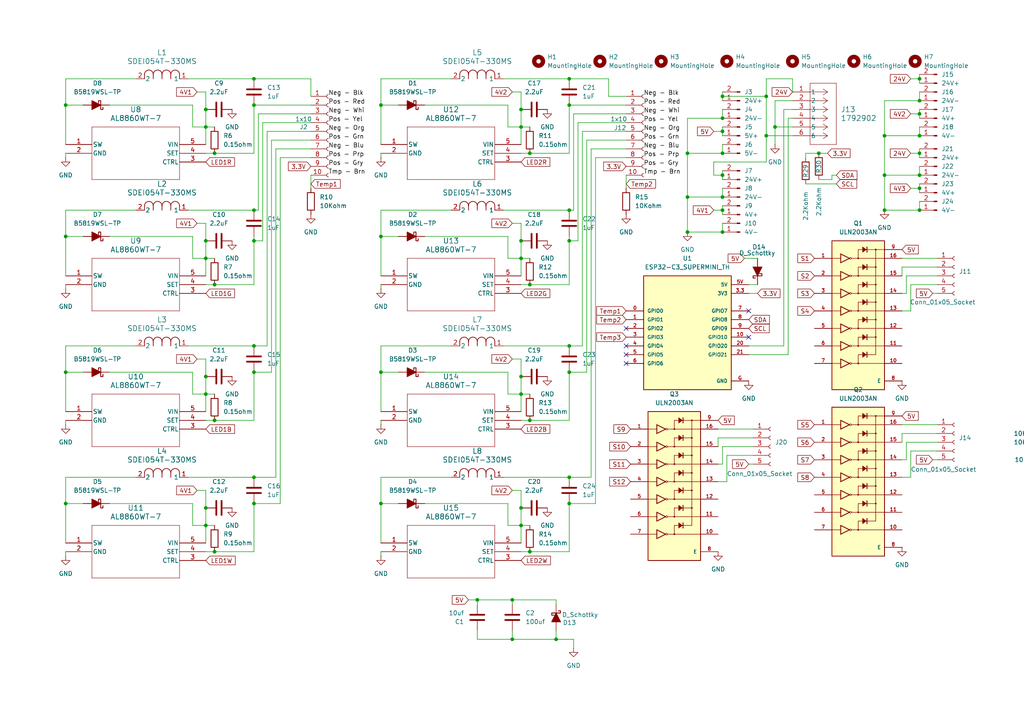
<source format=kicad_sch>
(kicad_sch (version 20250114) (generator "eeschema") (generator_version "9.0")
  (paper "A4")
  (text "Address 0x20" (at 318.262 105.41 0) (effects (font (size 1.27 1.27))))
  (junction (at -49.53 85.09))
  (junction (at 313.69 85.09))
  (junction (at 19.05 146.05))
  (junction (at 199.39 44.45))
  (junction (at -38.1 110.49))
  (junction (at 59.69 109.22))
  (junction (at 153.67 44.45))
  (junction (at 148.59 185.42))
  (junction (at 151.13 74.93))
  (junction (at 209.55 60.96))
  (junction (at -38.1 33.02))
  (junction (at 138.43 173.99))
  (junction (at -52.07 39.37))
  (junction (at 110.49 146.05))
  (junction (at 62.23 160.02))
  (junction (at -38.1 25.4))
  (junction (at 256.54 50.8))
  (junction (at -38.1 148.59))
  (junction (at 209.55 27.94))
  (junction (at 19.05 68.58))
  (junction (at 266.7 33.02))
  (junction (at 165.1 138.43))
  (junction (at -38.1 63.5))
  (junction (at 256.54 39.37))
  (junction (at -52.07 111.76))
  (junction (at 327.66 158.75))
  (junction (at 110.49 30.48))
  (junction (at 59.69 152.4))
  (junction (at 266.7 22.86))
  (junction (at 73.66 22.86))
  (junction (at 199.39 67.31))
  (junction (at 153.67 121.92))
  (junction (at 303.53 85.09))
  (junction (at 302.26 128.27))
  (junction (at 209.55 50.8))
  (junction (at 311.15 85.09))
  (junction (at 308.61 85.09))
  (junction (at 19.05 30.48))
  (junction (at 165.1 30.48))
  (junction (at -52.07 34.29))
  (junction (at 222.25 27.94))
  (junction (at 73.66 138.43))
  (junction (at 153.67 82.55))
  (junction (at 165.1 146.05))
  (junction (at 59.69 69.85))
  (junction (at 316.23 85.09))
  (junction (at 165.1 69.85))
  (junction (at 256.54 60.96))
  (junction (at 62.23 82.55))
  (junction (at 209.55 34.29))
  (junction (at 73.66 107.95))
  (junction (at 222.25 39.37))
  (junction (at -52.07 77.47))
  (junction (at 73.66 146.05))
  (junction (at -52.07 72.39))
  (junction (at -49.53 124.46))
  (junction (at -52.07 154.94))
  (junction (at 73.66 30.48))
  (junction (at 59.69 147.32))
  (junction (at -49.53 162.56))
  (junction (at 266.7 39.37))
  (junction (at 62.23 121.92))
  (junction (at 199.39 57.15))
  (junction (at 309.88 158.75))
  (junction (at 59.69 74.93))
  (junction (at 59.69 114.3))
  (junction (at 224.79 36.83))
  (junction (at -92.71 33.02))
  (junction (at 209.55 57.15))
  (junction (at 165.1 22.86))
  (junction (at 209.55 44.45))
  (junction (at 165.1 60.96))
  (junction (at 73.66 69.85))
  (junction (at 151.13 69.85))
  (junction (at 266.7 44.45))
  (junction (at 209.55 38.1))
  (junction (at 237.49 44.45))
  (junction (at -52.07 116.84))
  (junction (at -38.1 72.39))
  (junction (at 161.29 185.42))
  (junction (at 19.05 107.95))
  (junction (at 151.13 147.32))
  (junction (at 266.7 60.96))
  (junction (at -49.53 46.99))
  (junction (at -92.71 71.12))
  (junction (at 266.7 54.61))
  (junction (at 62.23 44.45))
  (junction (at 151.13 152.4))
  (junction (at 151.13 109.22))
  (junction (at 306.07 85.09))
  (junction (at 73.66 60.96))
  (junction (at -92.71 148.59))
  (junction (at 209.55 67.31))
  (junction (at 165.1 100.33))
  (junction (at 306.07 158.75))
  (junction (at 59.69 36.83))
  (junction (at 327.66 102.87))
  (junction (at 334.01 85.09))
  (junction (at 151.13 36.83))
  (junction (at -92.71 110.49))
  (junction (at 266.7 50.8))
  (junction (at -52.07 149.86))
  (junction (at 151.13 114.3))
  (junction (at 165.1 107.95))
  (junction (at 151.13 31.75))
  (junction (at 148.59 173.99))
  (junction (at 110.49 68.58))
  (junction (at 302.26 125.73))
  (junction (at 59.69 31.75))
  (junction (at 153.67 160.02))
  (junction (at 73.66 100.33))
  (junction (at -38.1 102.87))
  (junction (at 110.49 107.95))
  (junction (at -38.1 140.97))
  (junction (at 266.7 29.21))
  (no_connect (at 217.17 97.79))
  (no_connect (at 217.17 90.17))
  (no_connect (at 345.44 125.73))
  (no_connect (at 316.23 44.45))
  (no_connect (at 181.61 105.41))
  (no_connect (at 351.79 72.39))
  (no_connect (at 345.44 128.27))
  (no_connect (at 351.79 69.85))
  (no_connect (at 181.61 100.33))
  (no_connect (at 345.44 120.65))
  (no_connect (at 345.44 123.19))
  (no_connect (at 351.79 74.93))
  (no_connect (at 351.79 77.47))
  (no_connect (at 181.61 102.87))
  (no_connect (at 181.61 95.25))
  (wire (pts (xy 59.69 64.77) (xy 59.69 69.85)))
  (wire (pts (xy 217.17 100.33) (xy 227.33 100.33)))
  (wire (pts (xy 300.99 85.09) (xy 303.53 85.09)))
  (wire (pts (xy 55.88 30.48) (xy 55.88 36.83)))
  (wire (pts (xy 151.13 142.24) (xy 151.13 147.32)))
  (wire (pts (xy 308.61 82.55) (xy 308.61 85.09)))
  (wire (pts (xy -92.71 86.36) (xy -92.71 85.09)))
  (wire (pts (xy 62.23 160.02) (xy 73.66 160.02)))
  (wire (pts (xy -92.71 110.49) (xy -92.71 121.92)))
  (wire (pts (xy 90.17 22.86) (xy 73.66 22.86)))
  (wire (pts (xy -49.53 85.09) (xy -38.1 85.09)))
  (wire (pts (xy 261.62 125.73) (xy 261.62 128.27)))
  (wire (pts (xy 147.32 68.58) (xy 147.32 74.93)))
  (wire (pts (xy -52.07 77.47) (xy -52.07 82.55)))
  (wire (pts (xy 308.61 85.09) (xy 311.15 85.09)))
  (wire (pts (xy 153.67 160.02) (xy 165.1 160.02)))
  (wire (pts (xy 256.54 29.21) (xy 256.54 39.37)))
  (wire (pts (xy 161.29 182.88) (xy 161.29 185.42)))
  (wire (pts (xy 110.49 138.43) (xy 130.81 138.43)))
  (wire (pts (xy 302.26 146.05) (xy 302.26 151.13)))
  (wire (pts (xy 233.68 45.72) (xy 233.68 44.45)))
  (wire (pts (xy 209.55 129.54) (xy 218.44 129.54)))
  (wire (pts (xy 167.64 35.56) (xy 181.61 35.56)))
  (wire (pts (xy 222.25 39.37) (xy 229.87 39.37)))
  (wire (pts (xy -38.1 148.59) (xy -38.1 162.56)))
  (wire (pts (xy 19.05 161.29) (xy 19.05 160.02)))
  (wire (pts (xy 59.69 36.83) (xy 59.69 41.91)))
  (wire (pts (xy 266.7 29.21) (xy 256.54 29.21)))
  (wire (pts (xy 81.28 45.72) (xy 81.28 146.05)))
  (wire (pts (xy 165.1 107.95) (xy 170.18 107.95)))
  (wire (pts (xy 123.19 146.05) (xy 147.32 146.05)))
  (wire (pts (xy 241.3 50.8) (xy 242.57 50.8)))
  (wire (pts (xy 54.61 138.43) (xy 73.66 138.43)))
  (wire (pts (xy -92.71 63.5) (xy -72.39 63.5)))
  (wire (pts (xy 153.67 82.55) (xy 165.1 82.55)))
  (wire (pts (xy 266.7 48.26) (xy 266.7 50.8)))
  (wire (pts (xy 327.66 101.6) (xy 327.66 102.87)))
  (wire (pts (xy 55.88 68.58) (xy 55.88 74.93)))
  (wire (pts (xy 224.79 36.83) (xy 229.87 36.83)))
  (wire (pts (xy 271.78 74.93) (xy 261.62 74.93)))
  (wire (pts (xy 138.43 182.88) (xy 138.43 185.42)))
  (wire (pts (xy 62.23 121.92) (xy 73.66 121.92)))
  (wire (pts (xy -30.48 48.26) (xy -21.59 48.26)))
  (wire (pts (xy -38.1 72.39) (xy -38.1 85.09)))
  (wire (pts (xy 57.15 64.77) (xy 59.69 64.77)))
  (wire (pts (xy -92.71 48.26) (xy -92.71 46.99)))
  (wire (pts (xy 80.01 43.18) (xy 90.17 43.18)))
  (wire (pts (xy 215.9 74.93) (xy 219.71 74.93)))
  (wire (pts (xy 151.13 147.32) (xy 151.13 152.4)))
  (wire (pts (xy 19.05 138.43) (xy 19.05 146.05)))
  (wire (pts (xy -52.07 67.31) (xy -52.07 72.39)))
  (wire (pts (xy -92.71 163.83) (xy -92.71 162.56)))
  (wire (pts (xy 306.07 148.59) (xy 306.07 151.13)))
  (wire (pts (xy 73.66 146.05) (xy 73.66 160.02)))
  (wire (pts (xy 199.39 44.45) (xy 199.39 57.15)))
  (wire (pts (xy 151.13 104.14) (xy 151.13 109.22)))
  (wire (pts (xy 313.69 85.09) (xy 316.23 85.09)))
  (wire (pts (xy -80.01 110.49) (xy -55.88 110.49)))
  (wire (pts (xy 59.69 109.22) (xy 59.69 114.3)))
  (wire (pts (xy 266.7 50.8) (xy 256.54 50.8)))
  (wire (pts (xy 313.69 74.93) (xy 313.69 72.39)))
  (wire (pts (xy 171.45 43.18) (xy 181.61 43.18)))
  (wire (pts (xy -54.61 67.31) (xy -52.07 67.31)))
  (wire (pts (xy 54.61 22.86) (xy 73.66 22.86)))
  (wire (pts (xy -30.48 48.26) (xy -30.48 148.59)))
  (wire (pts (xy 165.1 30.48) (xy 165.1 44.45)))
  (wire (pts (xy 62.23 121.92) (xy 59.69 121.92)))
  (wire (pts (xy 55.88 36.83) (xy 59.69 36.83)))
  (wire (pts (xy 313.69 82.55) (xy 313.69 85.09)))
  (wire (pts (xy 19.05 138.43) (xy 39.37 138.43)))
  (wire (pts (xy 271.78 133.35) (xy 270.51 133.35)))
  (wire (pts (xy 151.13 64.77) (xy 151.13 69.85)))
  (wire (pts (xy -92.71 71.12) (xy -92.71 82.55)))
  (wire (pts (xy 271.78 77.47) (xy 261.62 77.47)))
  (wire (pts (xy 208.28 127) (xy 208.28 129.54)))
  (wire (pts (xy -38.1 33.02) (xy -38.1 46.99)))
  (wire (pts (xy -38.1 148.59) (xy -30.48 148.59)))
  (wire (pts (xy 222.25 22.86) (xy 229.87 22.86)))
  (wire (pts (xy -38.1 33.02) (xy -21.59 33.02)))
  (wire (pts (xy 266.7 21.59) (xy 266.7 22.86)))
  (wire (pts (xy -92.71 102.87) (xy -92.71 110.49)))
  (wire (pts (xy 73.66 60.96) (xy 74.93 60.96)))
  (wire (pts (xy 57.15 142.24) (xy 59.69 142.24)))
  (wire (pts (xy 80.01 43.18) (xy 80.01 138.43)))
  (wire (pts (xy 151.13 31.75) (xy 151.13 36.83)))
  (wire (pts (xy 303.53 82.55) (xy 303.53 85.09)))
  (wire (pts (xy 209.55 38.1) (xy 209.55 39.37)))
  (wire (pts (xy 311.15 85.09) (xy 313.69 85.09)))
  (wire (pts (xy -92.71 140.97) (xy -72.39 140.97)))
  (wire (pts (xy 266.7 33.02) (xy 266.7 34.29)))
  (wire (pts (xy 256.54 39.37) (xy 256.54 50.8)))
  (wire (pts (xy 306.07 82.55) (xy 306.07 85.09)))
  (wire (pts (xy 146.05 100.33) (xy 165.1 100.33)))
  (wire (pts (xy 311.15 74.93) (xy 311.15 69.85)))
  (wire (pts (xy 209.55 44.45) (xy 199.39 44.45)))
  (wire (pts (xy 207.01 60.96) (xy 209.55 60.96)))
  (wire (pts (xy 161.29 173.99) (xy 148.59 173.99)))
  (wire (pts (xy 209.55 34.29) (xy 199.39 34.29)))
  (wire (pts (xy 148.59 182.88) (xy 148.59 185.42)))
  (wire (pts (xy 241.3 50.8) (xy 241.3 52.07)))
  (wire (pts (xy 176.53 22.86) (xy 176.53 27.94)))
  (wire (pts (xy 311.15 69.85) (xy 316.23 69.85)))
  (wire (pts (xy -38.1 110.49) (xy -38.1 124.46)))
  (wire (pts (xy -38.1 102.87) (xy -34.29 102.87)))
  (wire (pts (xy 209.55 26.67) (xy 209.55 27.94)))
  (wire (pts (xy 151.13 152.4) (xy 153.67 152.4)))
  (wire (pts (xy 90.17 50.8) (xy 90.17 54.61)))
  (wire (pts (xy -38.1 140.97) (xy -31.75 140.97)))
  (wire (pts (xy 148.59 173.99) (xy 138.43 173.99)))
  (wire (pts (xy -55.88 154.94) (xy -52.07 154.94)))
  (wire (pts (xy -31.75 45.72) (xy -31.75 140.97)))
  (wire (pts (xy 59.69 36.83) (xy 62.23 36.83)))
  (wire (pts (xy -49.53 162.56) (xy -38.1 162.56)))
  (wire (pts (xy 176.53 22.86) (xy 165.1 22.86)))
  (wire (pts (xy 31.75 30.48) (xy 55.88 30.48)))
  (wire (pts (xy -92.71 148.59) (xy -87.63 148.59)))
  (wire (pts (xy -55.88 148.59) (xy -55.88 154.94)))
  (wire (pts (xy 229.87 29.21) (xy 224.79 29.21)))
  (wire (pts (xy 217.17 102.87) (xy 228.6 102.87)))
  (wire (pts (xy 74.93 33.02) (xy 74.93 60.96)))
  (wire (pts (xy 327.66 102.87) (xy 302.26 102.87)))
  (wire (pts (xy 148.59 185.42) (xy 161.29 185.42)))
  (wire (pts (xy 153.67 121.92) (xy 165.1 121.92)))
  (wire (pts (xy 208.28 134.62) (xy 209.55 134.62)))
  (wire (pts (xy 123.19 107.95) (xy 147.32 107.95)))
  (wire (pts (xy -57.15 25.4) (xy -38.1 25.4)))
  (wire (pts (xy 110.49 22.86) (xy 130.81 22.86)))
  (wire (pts (xy -52.07 154.94) (xy -49.53 154.94)))
  (wire (pts (xy 110.49 60.96) (xy 130.81 60.96)))
  (wire (pts (xy 73.66 146.05) (xy 81.28 146.05)))
  (wire (pts (xy -55.88 77.47) (xy -52.07 77.47)))
  (wire (pts (xy 261.62 133.35) (xy 262.89 133.35)))
  (wire (pts (xy 168.91 38.1) (xy 181.61 38.1)))
  (wire (pts (xy -35.56 38.1) (xy -35.56 72.39)))
  (wire (pts (xy 59.69 74.93) (xy 62.23 74.93)))
  (wire (pts (xy 176.53 27.94) (xy 181.61 27.94)))
  (wire (pts (xy 266.7 44.45) (xy 266.7 45.72)))
  (wire (pts (xy 271.78 123.19) (xy 261.62 123.19)))
  (wire (pts (xy 147.32 30.48) (xy 147.32 36.83)))
  (wire (pts (xy 19.05 146.05) (xy 24.13 146.05)))
  (wire (pts (xy 264.16 138.43) (xy 261.62 138.43)))
  (wire (pts (xy 233.68 53.34) (xy 242.57 53.34)))
  (wire (pts (xy 138.43 185.42) (xy 148.59 185.42)))
  (wire (pts (xy 110.49 107.95) (xy 115.57 107.95)))
  (wire (pts (xy 165.1 138.43) (xy 171.45 138.43)))
  (wire (pts (xy 261.62 77.47) (xy 261.62 80.01)))
  (wire (pts (xy -52.07 72.39) (xy -52.07 77.47)))
  (wire (pts (xy 303.53 85.09) (xy 306.07 85.09)))
  (wire (pts (xy 222.25 22.86) (xy 222.25 27.94)))
  (wire (pts (xy -21.59 53.34) (xy -21.59 57.15)))
  (wire (pts (xy 55.88 74.93) (xy 59.69 74.93)))
  (wire (pts (xy 209.55 50.8) (xy 209.55 52.07)))
  (wire (pts (xy 302.26 102.87) (xy 302.26 125.73)))
  (wire (pts (xy 302.26 125.73) (xy 302.26 128.27)))
  (wire (pts (xy -80.01 71.12) (xy -55.88 71.12)))
  (wire (pts (xy 55.88 107.95) (xy 55.88 114.3)))
  (wire (pts (xy 217.17 85.09) (xy 219.71 85.09)))
  (wire (pts (xy 209.55 50.8) (xy 207.01 50.8)))
  (wire (pts (xy 222.25 46.99) (xy 222.25 39.37)))
  (wire (pts (xy -38.1 71.12) (xy -38.1 72.39)))
  (wire (pts (xy 31.75 107.95) (xy 55.88 107.95)))
  (wire (pts (xy 302.26 128.27) (xy 302.26 133.35)))
  (wire (pts (xy 271.78 85.09) (xy 270.51 85.09)))
  (wire (pts (xy -38.1 63.5) (xy -36.83 63.5)))
  (wire (pts (xy 110.49 22.86) (xy 110.49 30.48)))
  (wire (pts (xy 271.78 125.73) (xy 261.62 125.73)))
  (wire (pts (xy 62.23 44.45) (xy 73.66 44.45)))
  (wire (pts (xy 110.49 100.33) (xy 110.49 107.95)))
  (wire (pts (xy 73.66 69.85) (xy 76.2 69.85)))
  (wire (pts (xy 76.2 35.56) (xy 76.2 69.85)))
  (wire (pts (xy 207.01 50.8) (xy 207.01 46.99)))
  (wire (pts (xy 266.7 22.86) (xy 266.7 24.13)))
  (wire (pts (xy 165.1 69.85) (xy 167.64 69.85)))
  (wire (pts (xy 316.23 82.55) (xy 316.23 85.09)))
  (wire (pts (xy 218.44 124.46) (xy 208.28 124.46)))
  (wire (pts (xy 209.55 60.96) (xy 209.55 62.23)))
  (wire (pts (xy -57.15 140.97) (xy -38.1 140.97)))
  (wire (pts (xy -55.88 110.49) (xy -55.88 116.84)))
  (wire (pts (xy 123.19 30.48) (xy 147.32 30.48)))
  (wire (pts (xy 262.89 80.01) (xy 271.78 80.01)))
  (wire (pts (xy 306.07 64.77) (xy 306.07 74.93)))
  (wire (pts (xy -52.07 111.76) (xy -52.07 116.84)))
  (wire (pts (xy 266.7 26.67) (xy 266.7 29.21)))
  (wire (pts (xy 55.88 146.05) (xy 55.88 152.4)))
  (wire (pts (xy 62.23 82.55) (xy 73.66 82.55)))
  (wire (pts (xy 153.67 44.45) (xy 151.13 44.45)))
  (wire (pts (xy 151.13 114.3) (xy 151.13 119.38)))
  (wire (pts (xy 148.59 26.67) (xy 151.13 26.67)))
  (wire (pts (xy 59.69 152.4) (xy 62.23 152.4)))
  (wire (pts (xy 78.74 40.64) (xy 78.74 107.95)))
  (wire (pts (xy 19.05 45.72) (xy 19.05 44.45)))
  (wire (pts (xy 218.44 127) (xy 208.28 127)))
  (wire (pts (xy -54.61 144.78) (xy -52.07 144.78)))
  (wire (pts (xy 73.66 107.95) (xy 73.66 121.92)))
  (wire (pts (xy 210.82 132.08) (xy 210.82 139.7)))
  (wire (pts (xy -92.71 140.97) (xy -92.71 148.59)))
  (wire (pts (xy -92.71 71.12) (xy -87.63 71.12)))
  (wire (pts (xy 110.49 68.58) (xy 110.49 80.01)))
  (wire (pts (xy 77.47 38.1) (xy 77.47 100.33)))
  (wire (pts (xy -36.83 35.56) (xy -36.83 63.5)))
  (wire (pts (xy 19.05 30.48) (xy 24.13 30.48)))
  (wire (pts (xy 151.13 26.67) (xy 151.13 31.75)))
  (wire (pts (xy 266.7 43.18) (xy 266.7 44.45)))
  (wire (pts (xy 62.23 160.02) (xy 59.69 160.02)))
  (wire (pts (xy 266.7 36.83) (xy 266.7 39.37)))
  (wire (pts (xy 151.13 114.3) (xy 153.67 114.3)))
  (wire (pts (xy 165.1 68.58) (xy 165.1 69.85)))
  (wire (pts (xy -34.29 40.64) (xy -34.29 102.87)))
  (wire (pts (xy 73.66 68.58) (xy 73.66 69.85)))
  (wire (pts (xy -54.61 106.68) (xy -52.07 106.68)))
  (wire (pts (xy 227.33 31.75) (xy 229.87 31.75)))
  (wire (pts (xy 110.49 107.95) (xy 110.49 119.38)))
  (wire (pts (xy 303.53 62.23) (xy 316.23 62.23)))
  (wire (pts (xy -52.07 154.94) (xy -52.07 160.02)))
  (wire (pts (xy 77.47 38.1) (xy 90.17 38.1)))
  (wire (pts (xy 300.99 82.55) (xy 300.99 85.09)))
  (wire (pts (xy 76.2 35.56) (xy 90.17 35.56)))
  (wire (pts (xy 165.1 30.48) (xy 181.61 30.48)))
  (wire (pts (xy -92.71 148.59) (xy -92.71 160.02)))
  (wire (pts (xy 261.62 85.09) (xy 262.89 85.09)))
  (wire (pts (xy 166.37 33.02) (xy 181.61 33.02)))
  (wire (pts (xy 59.69 114.3) (xy 62.23 114.3)))
  (wire (pts (xy 218.44 132.08) (xy 210.82 132.08)))
  (wire (pts (xy 148.59 104.14) (xy 151.13 104.14)))
  (wire (pts (xy -52.07 106.68) (xy -52.07 111.76)))
  (wire (pts (xy 227.33 31.75) (xy 227.33 100.33)))
  (wire (pts (xy 110.49 161.29) (xy 110.49 160.02)))
  (wire (pts (xy -35.56 38.1) (xy -21.59 38.1)))
  (wire (pts (xy -34.29 40.64) (xy -21.59 40.64)))
  (wire (pts (xy -92.71 63.5) (xy -92.71 71.12)))
  (wire (pts (xy 264.16 22.86) (xy 266.7 22.86)))
  (wire (pts (xy 300.99 46.99) (xy 316.23 46.99)))
  (wire (pts (xy 147.32 107.95) (xy 147.32 114.3)))
  (wire (pts (xy -31.75 45.72) (xy -21.59 45.72)))
  (wire (pts (xy 219.71 82.55) (xy 217.17 82.55)))
  (wire (pts (xy -92.71 110.49) (xy -87.63 110.49)))
  (wire (pts (xy 19.05 60.96) (xy 19.05 68.58)))
  (wire (pts (xy 316.23 85.09) (xy 334.01 85.09)))
  (wire (pts (xy 222.25 39.37) (xy 222.25 27.94)))
  (wire (pts (xy 209.55 36.83) (xy 209.55 38.1)))
  (wire (pts (xy 313.69 72.39) (xy 316.23 72.39)))
  (wire (pts (xy 151.13 69.85) (xy 151.13 74.93)))
  (wire (pts (xy 306.07 158.75) (xy 309.88 158.75)))
  (wire (pts (xy 165.1 107.95) (xy 165.1 121.92)))
  (wire (pts (xy 266.7 53.34) (xy 266.7 54.61)))
  (wire (pts (xy 237.49 44.45) (xy 240.03 44.45)))
  (wire (pts (xy 57.15 104.14) (xy 59.69 104.14)))
  (wire (pts (xy 151.13 74.93) (xy 151.13 80.01)))
  (wire (pts (xy 161.29 185.42) (xy 166.37 185.42)))
  (wire (pts (xy 151.13 109.22) (xy 151.13 114.3)))
  (wire (pts (xy 228.6 34.29) (xy 229.87 34.29)))
  (wire (pts (xy 110.49 83.82) (xy 110.49 82.55)))
  (wire (pts (xy 73.66 107.95) (xy 78.74 107.95)))
  (wire (pts (xy -21.59 25.4) (xy -21.59 30.48)))
  (wire (pts (xy -92.71 33.02) (xy -92.71 44.45)))
  (wire (pts (xy 209.55 57.15) (xy 199.39 57.15)))
  (wire (pts (xy 306.07 85.09) (xy 308.61 85.09)))
  (wire (pts (xy 209.55 31.75) (xy 209.55 34.29)))
  (wire (pts (xy 262.89 133.35) (xy 262.89 128.27)))
  (wire (pts (xy 90.17 22.86) (xy 90.17 27.94)))
  (wire (pts (xy 171.45 43.18) (xy 171.45 138.43)))
  (wire (pts (xy 210.82 139.7) (xy 208.28 139.7)))
  (wire (pts (xy -33.02 43.18) (xy -21.59 43.18)))
  (wire (pts (xy -92.71 33.02) (xy -87.63 33.02)))
  (wire (pts (xy 19.05 22.86) (xy 19.05 30.48)))
  (wire (pts (xy 73.66 30.48) (xy 90.17 30.48)))
  (wire (pts (xy 207.01 38.1) (xy 209.55 38.1)))
  (wire (pts (xy -52.07 39.37) (xy -52.07 44.45)))
  (wire (pts (xy 264.16 90.17) (xy 261.62 90.17)))
  (wire (pts (xy 228.6 34.29) (xy 228.6 102.87)))
  (wire (pts (xy 59.69 147.32) (xy 59.69 152.4)))
  (wire (pts (xy 110.49 30.48) (xy 110.49 41.91)))
  (wire (pts (xy 147.32 152.4) (xy 151.13 152.4)))
  (wire (pts (xy 151.13 74.93) (xy 153.67 74.93)))
  (wire (pts (xy 19.05 30.48) (xy 19.05 41.91)))
  (wire (pts (xy 199.39 67.31) (xy 209.55 67.31)))
  (wire (pts (xy 148.59 64.77) (xy 151.13 64.77)))
  (wire (pts (xy -49.53 46.99) (xy -38.1 46.99)))
  (wire (pts (xy 19.05 60.96) (xy 39.37 60.96)))
  (wire (pts (xy 110.49 60.96) (xy 110.49 68.58)))
  (wire (pts (xy 54.61 60.96) (xy 73.66 60.96)))
  (wire (pts (xy -55.88 116.84) (xy -52.07 116.84)))
  (wire (pts (xy -52.07 39.37) (xy -49.53 39.37)))
  (wire (pts (xy 57.15 26.67) (xy 59.69 26.67)))
  (wire (pts (xy 166.37 187.96) (xy 166.37 185.42)))
  (wire (pts (xy -92.71 125.73) (xy -92.71 124.46)))
  (wire (pts (xy 153.67 160.02) (xy 151.13 160.02)))
  (wire (pts (xy 148.59 175.26) (xy 148.59 173.99)))
  (wire (pts (xy 153.67 82.55) (xy 151.13 82.55)))
  (wire (pts (xy 55.88 114.3) (xy 59.69 114.3)))
  (wire (pts (xy -33.02 43.18) (xy -33.02 110.49)))
  (wire (pts (xy 146.05 60.96) (xy 165.1 60.96)))
  (wire (pts (xy 19.05 100.33) (xy 19.05 107.95)))
  (wire (pts (xy -52.07 116.84) (xy -52.07 121.92)))
  (wire (pts (xy 123.19 68.58) (xy 147.32 68.58)))
  (wire (pts (xy 59.69 31.75) (xy 59.69 36.83)))
  (wire (pts (xy -92.71 102.87) (xy -72.39 102.87)))
  (wire (pts (xy -52.07 29.21) (xy -52.07 34.29)))
  (wire (pts (xy 31.75 68.58) (xy 55.88 68.58)))
  (wire (pts (xy 209.55 49.53) (xy 209.55 50.8)))
  (wire (pts (xy 59.69 74.93) (xy 59.69 80.01)))
  (wire (pts (xy 147.32 146.05) (xy 147.32 152.4)))
  (wire (pts (xy 266.7 54.61) (xy 266.7 55.88)))
  (wire (pts (xy 19.05 68.58) (xy 19.05 80.01)))
  (wire (pts (xy 73.66 138.43) (xy 80.01 138.43)))
  (wire (pts (xy 110.49 45.72) (xy 110.49 44.45)))
  (wire (pts (xy 224.79 41.91) (xy 224.79 36.83)))
  (wire (pts (xy 151.13 36.83) (xy 153.67 36.83)))
  (wire (pts (xy 153.67 121.92) (xy 151.13 121.92)))
  (wire (pts (xy 309.88 146.05) (xy 302.26 146.05)))
  (wire (pts (xy 256.54 60.96) (xy 266.7 60.96)))
  (wire (pts (xy 138.43 173.99) (xy 138.43 175.26)))
  (wire (pts (xy 81.28 45.72) (xy 90.17 45.72)))
  (wire (pts (xy 78.74 40.64) (xy 90.17 40.64)))
  (wire (pts (xy -36.83 35.56) (xy -21.59 35.56)))
  (wire (pts (xy 110.49 123.19) (xy 110.49 121.92)))
  (wire (pts (xy 262.89 85.09) (xy 262.89 80.01)))
  (wire (pts (xy 19.05 123.19) (xy 19.05 121.92)))
  (wire (pts (xy -52.07 144.78) (xy -52.07 149.86)))
  (wire (pts (xy 311.15 82.55) (xy 311.15 85.09)))
  (wire (pts (xy 166.37 33.02) (xy 166.37 60.96)))
  (wire (pts (xy 73.66 100.33) (xy 77.47 100.33)))
  (wire (pts (xy 224.79 29.21) (xy 224.79 36.83)))
  (wire (pts (xy 147.32 36.83) (xy 151.13 36.83)))
  (wire (pts (xy 19.05 107.95) (xy 24.13 107.95)))
  (wire (pts (xy 74.93 33.02) (xy 90.17 33.02)))
  (wire (pts (xy 73.66 69.85) (xy 73.66 82.55)))
  (wire (pts (xy 73.66 30.48) (xy 73.66 44.45)))
  (wire (pts (xy 209.55 27.94) (xy 209.55 29.21)))
  (wire (pts (xy 165.1 69.85) (xy 165.1 82.55)))
  (wire (pts (xy 147.32 74.93) (xy 151.13 74.93)))
  (wire (pts (xy 147.32 114.3) (xy 151.13 114.3)))
  (wire (pts (xy 264.16 33.02) (xy 266.7 33.02)))
  (wire (pts (xy 170.18 40.64) (xy 181.61 40.64)))
  (wire (pts (xy 316.23 64.77) (xy 306.07 64.77)))
  (wire (pts (xy -49.53 85.09) (xy -52.07 85.09)))
  (wire (pts (xy -49.53 46.99) (xy -52.07 46.99)))
  (wire (pts (xy 264.16 130.81) (xy 264.16 138.43)))
  (wire (pts (xy 309.88 148.59) (xy 306.07 148.59)))
  (wire (pts (xy 146.05 22.86) (xy 165.1 22.86)))
  (wire (pts (xy 209.55 64.77) (xy 209.55 67.31)))
  (wire (pts (xy 300.99 74.93) (xy 300.99 46.99)))
  (wire (pts (xy 165.1 100.33) (xy 168.91 100.33)))
  (wire (pts (xy 19.05 83.82) (xy 19.05 82.55)))
  (wire (pts (xy 199.39 34.29) (xy 199.39 44.45)))
  (wire (pts (xy 167.64 35.56) (xy 167.64 69.85)))
  (wire (pts (xy 148.59 142.24) (xy 151.13 142.24)))
  (wire (pts (xy 262.89 128.27) (xy 271.78 128.27)))
  (wire (pts (xy 209.55 27.94) (xy 222.25 27.94)))
  (wire (pts (xy 19.05 100.33) (xy 39.37 100.33)))
  (wire (pts (xy 165.1 146.05) (xy 172.72 146.05)))
  (wire (pts (xy -57.15 102.87) (xy -38.1 102.87)))
  (wire (pts (xy 266.7 58.42) (xy 266.7 60.96)))
  (wire (pts (xy 19.05 146.05) (xy 19.05 157.48)))
  (wire (pts (xy 110.49 138.43) (xy 110.49 146.05)))
  (wire (pts (xy 233.68 44.45) (xy 237.49 44.45)))
  (wire (pts (xy -21.59 25.4) (xy -38.1 25.4)))
  (wire (pts (xy 264.16 54.61) (xy 266.7 54.61)))
  (wire (pts (xy 151.13 36.83) (xy 151.13 41.91)))
  (wire (pts (xy 266.7 31.75) (xy 266.7 33.02)))
  (wire (pts (xy 19.05 68.58) (xy 24.13 68.58)))
  (wire (pts (xy 181.61 50.8) (xy 181.61 54.61)))
  (wire (pts (xy 172.72 45.72) (xy 181.61 45.72)))
  (wire (pts (xy -55.88 39.37) (xy -52.07 39.37)))
  (wire (pts (xy 229.87 22.86) (xy 229.87 26.67)))
  (wire (pts (xy 302.26 158.75) (xy 306.07 158.75)))
  (wire (pts (xy 62.23 44.45) (xy 59.69 44.45)))
  (wire (pts (xy 309.88 158.75) (xy 327.66 158.75)))
  (wire (pts (xy 209.55 59.69) (xy 209.55 60.96)))
  (wire (pts (xy -52.07 34.29) (xy -52.07 39.37)))
  (wire (pts (xy 264.16 44.45) (xy 266.7 44.45)))
  (wire (pts (xy -54.61 29.21) (xy -52.07 29.21)))
  (wire (pts (xy 146.05 138.43) (xy 165.1 138.43)))
  (wire (pts (xy 308.61 74.93) (xy 308.61 67.31)))
  (wire (pts (xy -49.53 124.46) (xy -38.1 124.46)))
  (wire (pts (xy 256.54 50.8) (xy 256.54 60.96)))
  (wire (pts (xy 168.91 38.1) (xy 168.91 100.33)))
  (wire (pts (xy 153.67 44.45) (xy 165.1 44.45)))
  (wire (pts (xy 19.05 22.86) (xy 39.37 22.86)))
  (wire (pts (xy 209.55 41.91) (xy 209.55 44.45)))
  (wire (pts (xy 256.54 39.37) (xy 266.7 39.37)))
  (wire (pts (xy -92.71 25.4) (xy -72.39 25.4)))
  (wire (pts (xy 115.57 30.48) (xy 110.49 30.48)))
  (wire (pts (xy -38.1 72.39) (xy -35.56 72.39)))
  (wire (pts (xy 55.88 152.4) (xy 59.69 152.4)))
  (wire (pts (xy -55.88 33.02) (xy -55.88 39.37)))
  (wire (pts (xy 62.23 82.55) (xy 59.69 82.55)))
  (wire (pts (xy 334.01 87.63) (xy 334.01 85.09)))
  (wire (pts (xy -49.53 124.46) (xy -52.07 124.46)))
  (wire (pts (xy 161.29 175.26) (xy 161.29 173.99)))
  (wire (pts (xy 172.72 45.72) (xy 172.72 146.05)))
  (wire (pts (xy -52.07 149.86) (xy -52.07 154.94)))
  (wire (pts (xy 19.05 107.95) (xy 19.05 119.38)))
  (wire (pts (xy 271.78 130.81) (xy 264.16 130.81)))
  (wire (pts (xy 59.69 69.85) (xy 59.69 74.93)))
  (wire (pts (xy 59.69 104.14) (xy 59.69 109.22)))
  (wire (pts (xy -57.15 63.5) (xy -38.1 63.5)))
  (wire (pts (xy 59.69 26.67) (xy 59.69 31.75)))
  (wire (pts (xy 135.89 173.99) (xy 138.43 173.99)))
  (wire (pts (xy 165.1 60.96) (xy 166.37 60.96)))
  (wire (pts (xy -49.53 162.56) (xy -52.07 162.56)))
  (wire (pts (xy -92.71 25.4) (xy -92.71 33.02)))
  (wire (pts (xy 54.61 100.33) (xy 73.66 100.33)))
  (wire (pts (xy -52.07 116.84) (xy -49.53 116.84)))
  (wire (pts (xy 264.16 82.55) (xy 264.16 90.17)))
  (wire (pts (xy 308.61 67.31) (xy 316.23 67.31)))
  (wire (pts (xy 207.01 46.99) (xy 222.25 46.99)))
  (wire (pts (xy -80.01 33.02) (xy -55.88 33.02)))
  (wire (pts (xy 110.49 146.05) (xy 110.49 157.48)))
  (wire (pts (xy 59.69 142.24) (xy 59.69 147.32)))
  (wire (pts (xy 151.13 152.4) (xy 151.13 157.48)))
  (wire (pts (xy 218.44 134.62) (xy 217.17 134.62)))
  (wire (pts (xy 59.69 114.3) (xy 59.69 119.38)))
  (wire (pts (xy 59.69 152.4) (xy 59.69 157.48)))
  (wire (pts (xy -80.01 148.59) (xy -55.88 148.59)))
  (wire (pts (xy 170.18 40.64) (xy 170.18 107.95)))
  (wire (pts (xy 209.55 54.61) (xy 209.55 57.15)))
  (wire (pts (xy 165.1 146.05) (xy 165.1 160.02)))
  (wire (pts (xy 199.39 57.15) (xy 199.39 67.31)))
  (wire (pts (xy 271.78 82.55) (xy 264.16 82.55)))
  (wire (pts (xy -55.88 71.12) (xy -55.88 77.47)))
  (wire (pts (xy 110.49 100.33) (xy 130.81 100.33)))
  (wire (pts (xy 110.49 146.05) (xy 115.57 146.05)))
  (wire (pts (xy -38.1 110.49) (xy -33.02 110.49)))
  (wire (pts (xy 209.55 134.62) (xy 209.55 129.54)))
  (wire (pts (xy -52.07 77.47) (xy -49.53 77.47)))
  (wire (pts (xy 241.3 52.07) (xy 237.49 52.07)))
  (wire (pts (xy 110.49 68.58) (xy 115.57 68.58)))
  (wire (pts (xy 31.75 146.05) (xy 55.88 146.05)))
  (wire (pts (xy 303.53 74.93) (xy 303.53 62.23)))
  (label "Neg - Org" (at -16.51 40.64 0))
  (label "Pos - Gry" (at 186.69 48.26 0))
  (label "Pos - Prp" (at -16.51 48.26 0))
  (label "Pos - Red" (at -16.51 33.02 0))
  (label "Neg - Whi" (at 95.25 33.02 0))
  (label "Neg - Blu" (at 95.25 43.18 0))
  (label "Neg - Whi" (at -16.51 35.56 0))
  (label "Neg - Org" (at 186.69 38.1 0))
  (label "Neg - Blu" (at -16.51 45.72 0))
  (label "Neg - Blk" (at 95.25 27.94 0))
  (label "Pos - Grn" (at 95.25 40.64 0))
  (label "Pos - Gry" (at -16.51 50.8 0))
  (label "Pos - Gry" (at 95.25 48.26 0))
  (label "Tmp - Brn" (at 95.25 50.8 0))
  (label "Neg - Blu" (at 186.69 43.18 0))
  (label "Pos - Yel" (at 186.69 35.56 0))
  (label "Pos - Red" (at 186.69 30.48 0))
  (label "Tmp - Brn" (at 186.69 50.8 0))
  (label "Neg - Blk" (at 186.69 27.94 0))
  (label "Pos - Grn" (at 186.69 40.64 0))
  (label "Pos - Grn" (at -16.51 43.18 0))
  (label "Pos - Prp" (at 95.25 45.72 0))
  (label "Neg - Whi" (at 186.69 33.02 0))
  (label "Neg - Org" (at 95.25 38.1 0))
  (label "Pos - Red" (at 95.25 30.48 0))
  (label "Pos - Yel" (at 95.25 35.56 0))
  (label "Pos - Yel" (at -16.51 38.1 0))
  (label "Tmp - Brn" (at -16.51 53.34 0))
  (label "Neg - Blk" (at -16.51 30.48 0))
  (label "Pos - Prp" (at 186.69 45.72 0))
  (global_label "4V2" (shape input) (at 148.59 64.77 180) (property "Intersheetrefs" "${INTERSHEET_REFS}" (effects (hide yes))))
  (global_label "S10" (shape input) (at 182.88 129.54 180) (property "Intersheetrefs" "${INTERSHEET_REFS}" (effects (hide yes))))
  (global_label "LED3B" (shape input) (at -52.07 127 0) (property "Intersheetrefs" "${INTERSHEET_REFS}" (effects (hide yes))))
  (global_label "S2" (shape input) (at 236.22 80.01 180) (property "Intersheetrefs" "${INTERSHEET_REFS}" (effects (hide yes))))
  (global_label "24V" (shape input) (at 264.16 22.86 180) (property "Intersheetrefs" "${INTERSHEET_REFS}" (effects (hide yes))))
  (global_label "3.3V" (shape input) (at 240.03 44.45 0) (property "Intersheetrefs" "${INTERSHEET_REFS}" (effects (hide yes))))
  (global_label "S8" (shape input) (at 236.22 138.43 180) (property "Intersheetrefs" "${INTERSHEET_REFS}" (effects (hide yes))))
  (global_label "5V" (shape input) (at 135.89 173.99 180) (property "Intersheetrefs" "${INTERSHEET_REFS}" (effects (hide yes))))
  (global_label "LED3B" (shape input) (at 351.79 54.61 0) (property "Intersheetrefs" "${INTERSHEET_REFS}" (effects (hide yes))))
  (global_label "LED2W" (shape input) (at 151.13 162.56 0) (property "Intersheetrefs" "${INTERSHEET_REFS}" (effects (hide yes))))
  (global_label "4V2" (shape input) (at 148.59 142.24 180) (property "Intersheetrefs" "${INTERSHEET_REFS}" (effects (hide yes))))
  (global_label "LED2G" (shape input) (at 351.79 64.77 0) (property "Intersheetrefs" "${INTERSHEET_REFS}" (effects (hide yes))))
  (global_label "Temp2" (shape input) (at 181.61 92.71 180) (property "Intersheetrefs" "${INTERSHEET_REFS}" (effects (hide yes))))
  (global_label "LED1W" (shape input) (at 59.69 162.56 0) (property "Intersheetrefs" "${INTERSHEET_REFS}" (effects (hide yes))))
  (global_label "S9" (shape input) (at 182.88 124.46 180) (property "Intersheetrefs" "${INTERSHEET_REFS}" (effects (hide yes))))
  (global_label "SDA" (shape input) (at 242.57 50.8 0) (property "Intersheetrefs" "${INTERSHEET_REFS}" (effects (hide yes))))
  (global_label "SCL" (shape input) (at 242.57 53.34 0) (property "Intersheetrefs" "${INTERSHEET_REFS}" (effects (hide yes))))
  (global_label "LED1G" (shape input) (at 59.69 85.09 0) (property "Intersheetrefs" "${INTERSHEET_REFS}" (effects (hide yes))))
  (global_label "Temp3" (shape input) (at 181.61 97.79 180) (property "Intersheetrefs" "${INTERSHEET_REFS}" (effects (hide yes))))
  (global_label "4V3" (shape input) (at -54.61 67.31 180) (property "Intersheetrefs" "${INTERSHEET_REFS}" (effects (hide yes))))
  (global_label "4V1" (shape input) (at 57.15 64.77 180) (property "Intersheetrefs" "${INTERSHEET_REFS}" (effects (hide yes))))
  (global_label "S9" (shape input) (at 345.44 110.49 0) (property "Intersheetrefs" "${INTERSHEET_REFS}" (effects (hide yes))))
  (global_label "Temp1" (shape input) (at 181.61 90.17 180) (property "Intersheetrefs" "${INTERSHEET_REFS}" (effects (hide yes))))
  (global_label "LED3R" (shape input) (at 351.79 49.53 0) (property "Intersheetrefs" "${INTERSHEET_REFS}" (effects (hide yes))))
  (global_label "4V3" (shape input) (at -54.61 29.21 180) (property "Intersheetrefs" "${INTERSHEET_REFS}" (effects (hide yes))))
  (global_label "S12" (shape input) (at 182.88 139.7 180) (property "Intersheetrefs" "${INTERSHEET_REFS}" (effects (hide yes))))
  (global_label "LED1R" (shape input) (at 351.79 39.37 0) (property "Intersheetrefs" "${INTERSHEET_REFS}" (effects (hide yes))))
  (global_label "S5" (shape input) (at 236.22 123.19 180) (property "Intersheetrefs" "${INTERSHEET_REFS}" (effects (hide yes))))
  (global_label "S10" (shape input) (at 345.44 113.03 0) (property "Intersheetrefs" "${INTERSHEET_REFS}" (effects (hide yes))))
  (global_label "SCL" (shape input) (at 217.17 95.25 0) (property "Intersheetrefs" "${INTERSHEET_REFS}" (effects (hide yes))))
  (global_label "LED2B" (shape input) (at 351.79 62.23 0) (property "Intersheetrefs" "${INTERSHEET_REFS}" (effects (hide yes))))
  (global_label "LED2R" (shape input) (at 151.13 46.99 0) (property "Intersheetrefs" "${INTERSHEET_REFS}" (effects (hide yes))))
  (global_label "SCL" (shape input) (at 316.23 39.37 180) (property "Intersheetrefs" "${INTERSHEET_REFS}" (effects (hide yes))))
  (global_label "S6" (shape input) (at 345.44 146.05 0) (property "Intersheetrefs" "${INTERSHEET_REFS}" (effects (hide yes))))
  (global_label "4V3" (shape input) (at -54.61 106.68 180) (property "Intersheetrefs" "${INTERSHEET_REFS}" (effects (hide yes))))
  (global_label "S12" (shape input) (at 345.44 118.11 0) (property "Intersheetrefs" "${INTERSHEET_REFS}" (effects (hide yes))))
  (global_label "SDA" (shape input) (at 316.23 41.91 180) (property "Intersheetrefs" "${INTERSHEET_REFS}" (effects (hide yes))))
  (global_label "LED2W" (shape input) (at 351.79 59.69 0) (property "Intersheetrefs" "${INTERSHEET_REFS}" (effects (hide yes))))
  (global_label "5V" (shape input) (at 217.17 134.62 180) (property "Intersheetrefs" "${INTERSHEET_REFS}" (effects (hide yes))))
  (global_label "3.3V" (shape input) (at 327.66 101.6 90) (property "Intersheetrefs" "${INTERSHEET_REFS}" (effects (hide yes))))
  (global_label "Temp3" (shape input) (at -21.59 55.88 0) (property "Intersheetrefs" "${INTERSHEET_REFS}" (effects (hide yes))))
  (global_label "5V" (shape input) (at 270.51 133.35 180) (property "Intersheetrefs" "${INTERSHEET_REFS}" (effects (hide yes))))
  (global_label "LED3W" (shape input) (at -52.07 165.1 0) (property "Intersheetrefs" "${INTERSHEET_REFS}" (effects (hide yes))))
  (global_label "4V3" (shape input) (at 264.16 54.61 180) (property "Intersheetrefs" "${INTERSHEET_REFS}" (effects (hide yes))))
  (global_label "5V" (shape input) (at 261.62 120.65 0) (property "Intersheetrefs" "${INTERSHEET_REFS}" (effects (hide yes))))
  (global_label "4V1" (shape input) (at 57.15 142.24 180) (property "Intersheetrefs" "${INTERSHEET_REFS}" (effects (hide yes))))
  (global_label "S11" (shape input) (at 345.44 115.57 0) (property "Intersheetrefs" "${INTERSHEET_REFS}" (effects (hide yes))))
  (global_label "4V1" (shape input) (at 57.15 104.14 180) (property "Intersheetrefs" "${INTERSHEET_REFS}" (effects (hide yes))))
  (global_label "4V2" (shape input) (at 148.59 26.67 180) (property "Intersheetrefs" "${INTERSHEET_REFS}" (effects (hide yes))))
  (global_label "Temp2" (shape input) (at 181.61 53.34 0) (property "Intersheetrefs" "${INTERSHEET_REFS}" (effects (hide yes))))
  (global_label "4V1" (shape input) (at 207.01 60.96 180) (property "Intersheetrefs" "${INTERSHEET_REFS}" (effects (hide yes))))
  (global_label "LED1B" (shape input) (at 351.79 44.45 0) (property "Intersheetrefs" "${INTERSHEET_REFS}" (effects (hide yes))))
  (global_label "LED3R" (shape input) (at -52.07 49.53 0) (property "Intersheetrefs" "${INTERSHEET_REFS}" (effects (hide yes))))
  (global_label "LED1B" (shape input) (at 59.69 124.46 0) (property "Intersheetrefs" "${INTERSHEET_REFS}" (effects (hide yes))))
  (global_label "LED3G" (shape input) (at -52.07 87.63 0) (property "Intersheetrefs" "${INTERSHEET_REFS}" (effects (hide yes))))
  (global_label "LED3G" (shape input) (at 351.79 52.07 0) (property "Intersheetrefs" "${INTERSHEET_REFS}" (effects (hide yes))))
  (global_label "SDA" (shape input) (at 309.88 110.49 180) (property "Intersheetrefs" "${INTERSHEET_REFS}" (effects (hide yes))))
  (global_label "3.3V" (shape input) (at 219.71 85.09 0) (property "Intersheetrefs" "${INTERSHEET_REFS}" (effects (hide yes))))
  (global_label "LED2G" (shape input) (at 151.13 85.09 0) (property "Intersheetrefs" "${INTERSHEET_REFS}" (effects (hide yes))))
  (global_label "SCL" (shape input) (at 309.88 113.03 180) (property "Intersheetrefs" "${INTERSHEET_REFS}" (effects (hide yes))))
  (global_label "5V" (shape input) (at 208.28 121.92 0) (property "Intersheetrefs" "${INTERSHEET_REFS}" (effects (hide yes))))
  (global_label "4V2" (shape input) (at 264.16 33.02 180) (property "Intersheetrefs" "${INTERSHEET_REFS}" (effects (hide yes))))
  (global_label "S3" (shape input) (at 345.44 138.43 0) (property "Intersheetrefs" "${INTERSHEET_REFS}" (effects (hide yes))))
  (global_label "S4" (shape input) (at 236.22 90.17 180) (property "Intersheetrefs" "${INTERSHEET_REFS}" (effects (hide yes))))
  (global_label "S3" (shape input) (at 236.22 85.09 180) (property "Intersheetrefs" "${INTERSHEET_REFS}" (effects (hide yes))))
  (global_label "S7" (shape input) (at 345.44 148.59 0) (property "Intersheetrefs" "${INTERSHEET_REFS}" (effects (hide yes))))
  (global_label "3.3V" (shape input) (at -21.59 50.8 180) (property "Intersheetrefs" "${INTERSHEET_REFS}" (effects (hide yes))))
  (global_label "S4" (shape input) (at 345.44 140.97 0) (property "Intersheetrefs" "${INTERSHEET_REFS}" (effects (hide yes))))
  (global_label "3.3V" (shape input) (at 181.61 48.26 180) (property "Intersheetrefs" "${INTERSHEET_REFS}" (effects (hide yes))))
  (global_label "S11" (shape input) (at 182.88 134.62 180) (property "Intersheetrefs" "${INTERSHEET_REFS}" (effects (hide yes))))
  (global_label "S8" (shape input) (at 345.44 151.13 0) (property "Intersheetrefs" "${INTERSHEET_REFS}" (effects (hide yes))))
  (global_label "24V" (shape input) (at 229.87 26.67 180) (property "Intersheetrefs" "${INTERSHEET_REFS}" (effects (hide yes))))
  (global_label "4V2" (shape input) (at 148.59 104.14 180) (property "Intersheetrefs" "${INTERSHEET_REFS}" (effects (hide yes))))
  (global_label "5V" (shape input) (at 261.62 72.39 0) (property "Intersheetrefs" "${INTERSHEET_REFS}" (effects (hide yes))))
  (global_label "LED2B" (shape input) (at 151.13 124.46 0) (property "Intersheetrefs" "${INTERSHEET_REFS}" (effects (hide yes))))
  (global_label "S1" (shape input) (at 236.22 74.93 180) (property "Intersheetrefs" "${INTERSHEET_REFS}" (effects (hide yes))))
  (global_label "LED1G" (shape input) (at 351.79 41.91 0) (property "Intersheetrefs" "${INTERSHEET_REFS}" (effects (hide yes))))
  (global_label "4V3" (shape input) (at -54.61 144.78 180) (property "Intersheetrefs" "${INTERSHEET_REFS}" (effects (hide yes))))
  (global_label "LED3W" (shape input) (at 351.79 57.15 0) (property "Intersheetrefs" "${INTERSHEET_REFS}" (effects (hide yes))))
  (global_label "S7" (shape input) (at 236.22 133.35 180) (property "Intersheetrefs" "${INTERSHEET_REFS}" (effects (hide yes))))
  (global_label "5V" (shape input) (at 215.9 74.93 180) (property "Intersheetrefs" "${INTERSHEET_REFS}" (effects (hide yes))))
  (global_label "4V1" (shape input) (at 57.15 26.67 180) (property "Intersheetrefs" "${INTERSHEET_REFS}" (effects (hide yes))))
  (global_label "5V" (shape input) (at 207.01 38.1 180) (property "Intersheetrefs" "${INTERSHEET_REFS}" (effects (hide yes))))
  (global_label "LED2R" (shape input) (at 351.79 67.31 0) (property "Intersheetrefs" "${INTERSHEET_REFS}" (effects (hide yes))))
  (global_label "LED1R" (shape input) (at 59.69 46.99 0) (property "Intersheetrefs" "${INTERSHEET_REFS}" (effects (hide yes))))
  (global_label "SDA" (shape input) (at 217.17 92.71 0) (property "Intersheetrefs" "${INTERSHEET_REFS}" (effects (hide yes))))
  (global_label "S2" (shape input) (at 345.44 135.89 0) (property "Intersheetrefs" "${INTERSHEET_REFS}" (effects (hide yes))))
  (global_label "LED1W" (shape input) (at 351.79 46.99 0) (property "Intersheetrefs" "${INTERSHEET_REFS}" (effects (hide yes))))
  (global_label "24V" (shape input) (at 264.16 44.45 180) (property "Intersheetrefs" "${INTERSHEET_REFS}" (effects (hide yes))))
  (global_label "S6" (shape input) (at 236.22 128.27 180) (property "Intersheetrefs" "${INTERSHEET_REFS}" (effects (hide yes))))
  (global_label "5V" (shape input) (at 270.51 85.09 180) (property "Intersheetrefs" "${INTERSHEET_REFS}" (effects (hide yes))))
  (global_label "S1" (shape input) (at 345.44 133.35 0) (property "Intersheetrefs" "${INTERSHEET_REFS}" (effects (hide yes))))
  (global_label "3.3V" (shape input) (at 334.01 31.75 90) (property "Intersheetrefs" "${INTERSHEET_REFS}" (effects (hide yes))))
  (global_label "S5" (shape input) (at 345.44 143.51 0) (property "Intersheetrefs" "${INTERSHEET_REFS}" (effects (hide yes))))
  (global_label "Temp1" (shape input) (at 90.17 53.34 0) (property "Intersheetrefs" "${INTERSHEET_REFS}" (effects (hide yes))))
  (global_label "3.3V" (shape input) (at 90.17 48.26 180) (property "Intersheetrefs" "${INTERSHEET_REFS}" (effects (hide yes))))
  (symbol (lib_id "2025-04-17_19-57-27:SDEI054T-330MS") (at -72.39 140.97 0) (unit 1)
    (property "Reference" "L12" (at -64.77 133.35 0) (effects (font (size 1.524 1.524))))
    (property "Value" "SDEI054T-330MS" (at -64.77 135.89 0) (effects (font (size 1.524 1.524))))
    (property "Footprint" "IND_SDEI054T-330MS_CYN" (effects (hide yes)))
    (property "Datasheet" "SDEI054T-330MS" (effects (hide yes)))
  )
  (symbol (lib_id "2025-04-17_19-57-27:SDEI054T-330MS") (at 130.81 100.33 0) (unit 1)
    (property "Reference" "L7" (at 138.43 92.71 0) (effects (font (size 1.524 1.524))))
    (property "Value" "SDEI054T-330MS" (at 138.43 95.25 0) (effects (font (size 1.524 1.524))))
    (property "Footprint" "IND_SDEI054T-330MS_CYN" (effects (hide yes)))
    (property "Datasheet" "SDEI054T-330MS" (effects (hide yes)))
  )
  (symbol (lib_id "Connector:Conn_01x10_Socket") (at 186.69 38.1 0) (unit 1)
    (property "Reference" "J12" (at 178.054 37.084 0) (effects (justify left)))
    (property "Value" "1x10" (at 177.038 34.544 0) (effects (justify left)))
    (property "Footprint" "Connector_JST:JST_EH_B10B-EH-A_1x10_P2.50mm_Vertical" (effects (hide yes)))
    (property "Description" "Generic connector, single row, 01x10, script generated" (effects (hide yes)))
  )
  (symbol (lib_id "Connector:Conn_01x02_Pin") (at 214.63 29.21 180) (unit 1)
    (property "Reference" "J3" (at 215.9 26.6699 0) (effects (justify right)))
    (property "Value" "24V+" (at 215.9 29.2099 0) (effects (justify right)))
    (property "Footprint" "Connector_PinSocket_2.54mm:PinSocket_1x02_P2.54mm_Vertical" (effects (hide yes)))
    (property "Description" "Generic connector, single row, 01x02, script generated" (effects (hide yes)))
  )
  (symbol (lib_id "Device:D_Schottky_Filled") (at 219.71 78.74 90) (unit 1)
    (property "Reference" "D14" (at 218.186 71.628 90) (effects (justify right)))
    (property "Value" "D_Schottky" (at 214.376 73.406 90) (effects (justify right)))
    (property "Footprint" "Diode_SMD:D_SOD-323F" (effects (hide yes)))
    (property "Description" "Schottky diode, filled shape" (effects (hide yes)))
  )
  (symbol (lib_id "2025-03-20_21-20-35:AL8860WT-7") (at 110.49 157.48 0) (unit 1)
    (property "Reference" "U15" (at 130.81 147.32 0) (effects (font (size 1.524 1.524))))
    (property "Value" "AL8860WT-7" (at 130.81 149.86 0) (effects (font (size 1.524 1.524))))
    (property "Footprint" "TSOT25_WT_DIO" (effects (hide yes)))
    (property "Datasheet" "AL8860WT-7" (effects (hide yes)))
  )
  (symbol (lib_id "Device:D_Schottky_Filled") (at 27.94 146.05 180) (unit 1)
    (property "Reference" "D5" (at 28.2575 139.7 0))
    (property "Value" "B5819WSL-TP" (at 28.2575 142.24 0))
    (property "Footprint" "Diode_SMD:D_SOD-323F" (effects (hide yes)))
    (property "Description" "Schottky diode, filled shape" (effects (hide yes)))
  )
  (symbol (lib_id "Device:C") (at 63.5 69.85 270) (unit 1)
    (property "Reference" "C10" (at 63.5 62.23 90))
    (property "Value" "2.2uF" (at 63.5 64.77 90))
    (property "Footprint" "Capacitor_SMD:C_0603_1608Metric" (effects (hide yes)))
    (property "Description" "Unpolarized capacitor" (effects (hide yes)))
  )
  (symbol (lib_id "Device:R") (at 153.67 78.74 0) (unit 1)
    (property "Reference" "R12" (at 156.21 77.4699 0) (effects (justify left)))
    (property "Value" "0.15ohm" (at 156.21 80.0099 0) (effects (justify left)))
    (property "Footprint" "Resistor_SMD:R_0805_2012Metric" (effects (hide yes)))
    (property "Description" "Resistor" (effects (hide yes)))
  )
  (symbol (lib_id "power:GND") (at 19.05 45.72 0) (unit 1)
    (property "Reference" "#PWR019" (effects (hide yes)))
    (property "Value" "GND" (at 19.05 50.8 0))
    (property "Description" "Power symbol creates a global label with name \"GND\" , ground" (effects (hide yes)))
  )
  (symbol (lib_id "Device:C") (at 154.94 69.85 270) (unit 1)
    (property "Reference" "C18" (at 154.94 62.23 90))
    (property "Value" "2.2uF" (at 154.94 64.77 90))
    (property "Footprint" "Capacitor_SMD:C_0603_1608Metric" (effects (hide yes)))
    (property "Description" "Unpolarized capacitor" (effects (hide yes)))
  )
  (symbol (lib_id "Connector:Conn_01x02_Pin") (at 271.78 45.72 180) (unit 1)
    (property "Reference" "J21" (at 273.05 43.1799 0) (effects (justify right)))
    (property "Value" "24V+" (at 273.05 45.7199 0) (effects (justify right)))
    (property "Footprint" "Connector_PinSocket_2.54mm:PinSocket_1x02_P2.54mm_Vertical" (effects (hide yes)))
    (property "Description" "Generic connector, single row, 01x02, script generated" (effects (hide yes)))
  )
  (symbol (lib_id "power:GND") (at -44.45 72.39 0) (unit 1)
    (property "Reference" "#PWR049" (effects (hide yes)))
    (property "Value" "GND" (at -44.45 77.47 0))
    (property "Description" "Power symbol creates a global label with name \"GND\" , ground" (effects (hide yes)))
  )
  (symbol (lib_id "ULN2003AN:ULN2003AN") (at 195.58 139.7 0) (unit 1)
    (property "Reference" "Q3" (at 195.58 114.3 0))
    (property "Value" "ULN2003AN" (at 195.58 116.84 0))
    (property "Footprint" "Package_DIP:CERDIP-16_W7.62mm_SideBrazed_LongPads_Socket" (effects (hide yes)))
    (property "MAXIMUM_PACKAGE_HEIGHT" "5.08mm" (effects (hide yes)))
    (property "PARTREV" "P" (effects (hide yes)))
    (property "MANUFACTURER" "Texas Instruments" (effects (hide yes)))
    (property "SNAPEDA_PACKAGE_ID" "10615" (effects (hide yes)))
    (property "STANDARD" "IPC-7351B" (effects (hide yes)))
  )
  (symbol (lib_id "2025-03-20_21-20-35:AL8860WT-7") (at -92.71 121.92 0) (unit 1)
    (property "Reference" "U18" (at -72.39 111.76 0) (effects (font (size 1.524 1.524))))
    (property "Value" "AL8860WT-7" (at -72.39 114.3 0) (effects (font (size 1.524 1.524))))
    (property "Footprint" "TSOT25_WT_DIO" (effects (hide yes)))
    (property "Datasheet" "AL8860WT-7" (effects (hide yes)))
  )
  (symbol (lib_id "Device:R") (at -49.53 158.75 0) (unit 1)
    (property "Reference" "R19" (at -46.99 157.4799 0) (effects (justify left)))
    (property "Value" "0.15ohm" (at -46.99 160.0199 0) (effects (justify left)))
    (property "Footprint" "Resistor_SMD:R_0805_2012Metric" (effects (hide yes)))
    (property "Description" "Resistor" (effects (hide yes)))
  )
  (symbol (lib_id "Device:D_Schottky_Filled") (at 27.94 30.48 180) (unit 1)
    (property "Reference" "D8" (at 28.2575 24.13 0))
    (property "Value" "B5819WSL-TP" (at 28.2575 26.67 0))
    (property "Footprint" "Diode_SMD:D_SOD-323F" (effects (hide yes)))
    (property "Description" "Schottky diode, filled shape" (effects (hide yes)))
  )
  (symbol (lib_id "ESP32-C3_SUPERMINI_TH:ESP32-C3_SUPERMINI_TH") (at 199.39 95.25 0) (unit 1)
    (property "Reference" "U1" (at 199.39 74.93 0))
    (property "Value" "ESP32-C3_SUPERMINI_TH" (at 199.39 77.47 0))
    (property "Footprint" "ESP32-C3 Supermini:MODULE_ESP32-C3_SUPERMINI_TH" (effects (hide yes)))
    (property "MF" "Espressif Systems" (effects (hide yes)))
    (property "Description_1" "Super tiny ESP32-C3 board" (effects (hide yes)))
    (property "CREATOR" "DIZAR" (effects (hide yes)))
    (property "Price" "None" (effects (hide yes)))
    (property "Package" "Package" (effects (hide yes)))
    (property "Check_prices" "https://www.snapeda.com/parts/ESP32-C3%20SuperMini_TH/Espressif+Systems/view-part/?ref=eda" (effects (hide yes)))
    (property "STANDARD" "IPC-7351B" (effects (hide yes)))
    (property "SnapEDA_Link" "https://www.snapeda.com/parts/ESP32-C3%20SuperMini_TH/Espressif+Systems/view-part/?ref=snap" (effects (hide yes)))
    (property "MP" "ESP32-C3 SuperMini_TH" (effects (hide yes)))
    (property "Availability" "Not in stock" (effects (hide yes)))
    (property "MANUFACTURER" "Espressif Systems" (effects (hide yes)))
  )
  (symbol (lib_id "Connector:Conn_01x05_Socket") (at 276.86 80.01 0) (unit 1)
    (property "Reference" "J11" (at 278.13 78.7399 0) (effects (justify left)))
    (property "Value" "Conn_01x05_Socket" (at 263.906 87.63 0) (effects (justify left)))
    (property "Footprint" "Connector_PinSocket_2.54mm:PinSocket_1x05_P2.54mm_Vertical" (effects (hide yes)))
    (property "Description" "Generic connector, single row, 01x05, script generated" (effects (hide yes)))
  )
  (symbol (lib_id "power:GND") (at -44.45 111.76 0) (unit 1)
    (property "Reference" "#PWR050" (effects (hide yes)))
    (property "Value" "GND" (at -44.45 116.84 0))
    (property "Description" "Power symbol creates a global label with name \"GND\" , ground" (effects (hide yes)))
  )
  (symbol (lib_id "Connector:Conn_01x02_Pin") (at 214.63 62.23 180) (unit 1)
    (property "Reference" "J9" (at 215.9 59.6899 0) (effects (justify right)))
    (property "Value" "4V+" (at 215.9 62.2299 0) (effects (justify right)))
    (property "Footprint" "Connector_PinSocket_2.54mm:PinSocket_1x02_P2.54mm_Vertical" (effects (hide yes)))
    (property "Description" "Generic connector, single row, 01x02, script generated" (effects (hide yes)))
  )
  (symbol (lib_id "Device:C") (at 165.1 104.14 0) (unit 1)
    (property "Reference" "C23" (at 168.91 102.8699 0) (effects (justify left)))
    (property "Value" "1uF" (at 168.91 105.4099 0) (effects (justify left)))
    (property "Footprint" "Capacitor_SMD:C_0603_1608Metric" (effects (hide yes)))
    (property "Description" "Unpolarized capacitor" (effects (hide yes)))
  )
  (symbol (lib_id "Device:R") (at 313.69 78.74 0) (unit 1)
    (property "Reference" "R23" (at 313.69 80.518 90) (effects (justify left)))
    (property "Value" "10Kohm" (at 313.69 93.218 90) (effects (justify left)))
    (property "Footprint" "Resistor_SMD:R_1206_3216Metric" (effects (hide yes)))
    (property "Description" "Resistor" (effects (hide yes)))
  )
  (symbol (lib_id "2025-03-20_21-20-35:AL8860WT-7") (at 110.49 119.38 0) (unit 1)
    (property "Reference" "U14" (at 130.81 109.22 0) (effects (font (size 1.524 1.524))))
    (property "Value" "AL8860WT-7" (at 130.81 111.76 0) (effects (font (size 1.524 1.524))))
    (property "Footprint" "TSOT25_WT_DIO" (effects (hide yes)))
    (property "Datasheet" "AL8860WT-7" (effects (hide yes)))
  )
  (symbol (lib_id "Connector:Conn_01x02_Pin") (at 271.78 55.88 180) (unit 1)
    (property "Reference" "J23" (at 273.05 53.3399 0) (effects (justify right)))
    (property "Value" "4V+" (at 273.05 55.8799 0) (effects (justify right)))
    (property "Footprint" "Connector_PinSocket_2.54mm:PinSocket_1x02_P2.54mm_Vertical" (effects (hide yes)))
    (property "Description" "Generic connector, single row, 01x02, script generated" (effects (hide yes)))
  )
  (symbol (lib_id "Connector:Conn_01x02_Pin") (at 271.78 29.21 180) (unit 1)
    (property "Reference" "J16" (at 273.05 26.6699 0) (effects (justify right)))
    (property "Value" "24V-" (at 273.05 29.2099 0) (effects (justify right)))
    (property "Footprint" "Connector_PinSocket_2.54mm:PinSocket_1x02_P2.54mm_Vertical" (effects (hide yes)))
    (property "Description" "Generic connector, single row, 01x02, script generated" (effects (hide yes)))
  )
  (symbol (lib_id "power:GND") (at 158.75 109.22 0) (unit 1)
    (property "Reference" "#PWR034" (effects (hide yes)))
    (property "Value" "GND" (at 158.75 114.3 0))
    (property "Description" "Power symbol creates a global label with name \"GND\" , ground" (effects (hide yes)))
  )
  (symbol (lib_id "Device:R") (at -49.53 43.18 0) (unit 1)
    (property "Reference" "R16" (at -46.99 41.9099 0) (effects (justify left)))
    (property "Value" "0.15ohm" (at -46.99 44.4499 0) (effects (justify left)))
    (property "Footprint" "Resistor_SMD:R_0805_2012Metric" (effects (hide yes)))
    (property "Description" "Resistor" (effects (hide yes)))
  )
  (symbol (lib_id "Connector:Conn_01x02_Pin") (at 271.78 50.8 180) (unit 1)
    (property "Reference" "J22" (at 273.05 48.2599 0) (effects (justify right)))
    (property "Value" "24V-" (at 273.05 50.7999 0) (effects (justify right)))
    (property "Footprint" "Connector_PinSocket_2.54mm:PinSocket_1x02_P2.54mm_Vertical" (effects (hide yes)))
    (property "Description" "Generic connector, single row, 01x02, script generated" (effects (hide yes)))
  )
  (symbol (lib_id "Device:C") (at -48.26 72.39 270) (unit 1)
    (property "Reference" "C26" (at -48.26 64.77 90))
    (property "Value" "2.2uF" (at -48.26 67.31 90))
    (property "Footprint" "Capacitor_SMD:C_0603_1608Metric" (effects (hide yes)))
    (property "Description" "Unpolarized capacitor" (effects (hide yes)))
  )
  (symbol (lib_id "2025-03-20_21-20-35:AL8860WT-7") (at -92.71 160.02 0) (unit 1)
    (property "Reference" "U19" (at -72.39 149.86 0) (effects (font (size 1.524 1.524))))
    (property "Value" "AL8860WT-7" (at -72.39 152.4 0) (effects (font (size 1.524 1.524))))
    (property "Footprint" "TSOT25_WT_DIO" (effects (hide yes)))
    (property "Datasheet" "AL8860WT-7" (effects (hide yes)))
  )
  (symbol (lib_id "power:GND") (at 158.75 31.75 0) (unit 1)
    (property "Reference" "#PWR031" (effects (hide yes)))
    (property "Value" "GND" (at 158.75 36.83 0))
    (property "Description" "Power symbol creates a global label with name \"GND\" , ground" (effects (hide yes)))
  )
  (symbol (lib_id "power:GND") (at 110.49 161.29 0) (unit 1)
    (property "Reference" "#PWR026" (effects (hide yes)))
    (property "Value" "GND" (at 110.49 166.37 0))
    (property "Description" "Power symbol creates a global label with name \"GND\" , ground" (effects (hide yes)))
  )
  (symbol (lib_id "power:GND") (at 199.39 67.31 0) (unit 1)
    (property "Reference" "#PWR035" (effects (hide yes)))
    (property "Value" "GND" (at 199.39 72.39 0))
    (property "Description" "Power symbol creates a global label with name \"GND\" , ground" (effects (hide yes)))
  )
  (symbol (lib_id "Device:R") (at 308.61 78.74 0) (unit 1)
    (property "Reference" "R25" (at 308.61 80.772 90) (effects (justify left)))
    (property "Value" "10Kohm" (at 308.61 93.218 90) (effects (justify left)))
    (property "Footprint" "Resistor_SMD:R_1206_3216Metric" (effects (hide yes)))
    (property "Description" "Resistor" (effects (hide yes)))
  )
  (symbol (lib_id "Device:R") (at 90.17 58.42 0) (unit 1)
    (property "Reference" "R10" (at 92.71 57.1499 0) (effects (justify left)))
    (property "Value" "10Kohm" (at 92.71 59.6899 0) (effects (justify left)))
    (property "Footprint" "Resistor_SMD:R_1206_3216Metric" (effects (hide yes)))
    (property "Description" "Resistor" (effects (hide yes)))
  )
  (symbol (lib_id "Device:R") (at 306.07 154.94 0) (unit 1)
    (property "Reference" "R5" (at 306.07 156.21 90) (effects (justify left)))
    (property "Value" "10Kohm" (at 305.816 167.132 90) (effects (justify left)))
    (property "Footprint" "Resistor_SMD:R_1206_3216Metric" (effects (hide yes)))
    (property "Description" "Resistor" (effects (hide yes)))
  )
  (symbol (lib_id "power:GND") (at 67.31 69.85 0) (unit 1)
    (property "Reference" "#PWR028" (effects (hide yes)))
    (property "Value" "GND" (at 67.31 74.93 0))
    (property "Description" "Power symbol creates a global label with name \"GND\" , ground" (effects (hide yes)))
  )
  (symbol (lib_id "Device:R") (at -49.53 120.65 0) (unit 1)
    (property "Reference" "R18" (at -46.99 119.3799 0) (effects (justify left)))
    (property "Value" "0.15ohm" (at -46.99 121.9199 0) (effects (justify left)))
    (property "Footprint" "Resistor_SMD:R_0805_2012Metric" (effects (hide yes)))
    (property "Description" "Resistor" (effects (hide yes)))
  )
  (symbol (lib_id "Device:D_Schottky_Filled") (at -83.82 148.59 180) (unit 1)
    (property "Reference" "D12" (at -83.5025 142.24 0))
    (property "Value" "B5819WSL-TP" (at -83.5025 144.78 0))
    (property "Footprint" "Diode_SMD:D_SOD-323F" (effects (hide yes)))
    (property "Description" "Schottky diode, filled shape" (effects (hide yes)))
  )
  (symbol (lib_id "power:GND") (at -44.45 149.86 0) (unit 1)
    (property "Reference" "#PWR051" (effects (hide yes)))
    (property "Value" "GND" (at -44.45 154.94 0))
    (property "Description" "Power symbol creates a global label with name \"GND\" , ground" (effects (hide yes)))
  )
  (symbol (lib_id "Device:R") (at 237.49 48.26 0) (unit 1)
    (property "Reference" "R30" (at 237.49 50.292 90) (effects (justify left)))
    (property "Value" "2.2Kohm" (at 237.49 62.738 90) (effects (justify left)))
    (property "Footprint" "Resistor_SMD:R_1206_3216Metric" (effects (hide yes)))
    (property "Description" "Resistor" (effects (hide yes)))
  )
  (symbol (lib_id "Device:C") (at -38.1 144.78 0) (unit 1)
    (property "Reference" "C32" (at -34.29 143.5099 0) (effects (justify left)))
    (property "Value" "1uF" (at -34.29 146.0499 0) (effects (justify left)))
    (property "Footprint" "Capacitor_SMD:C_0603_1608Metric" (effects (hide yes)))
    (property "Description" "Unpolarized capacitor" (effects (hide yes)))
  )
  (symbol (lib_id "Connector:Conn_01x02_Pin") (at 271.78 39.37 180) (unit 1)
    (property "Reference" "J18" (at 273.05 36.8299 0) (effects (justify right)))
    (property "Value" "4V-" (at 273.05 39.3699 0) (effects (justify right)))
    (property "Footprint" "Connector_PinSocket_2.54mm:PinSocket_1x02_P2.54mm_Vertical" (effects (hide yes)))
    (property "Description" "Generic connector, single row, 01x02, script generated" (effects (hide yes)))
  )
  (symbol (lib_id "Mechanical:MountingHole") (at 247.65 17.78 0) (unit 1) (exclude_from_sim yes) (in_bom no)
    (property "Reference" "H6" (at 250.19 16.5099 0) (effects (justify left)))
    (property "Value" "MountingHole" (at 250.19 19.0499 0) (effects (justify left)))
    (property "Footprint" "MountingHole:MountingHole_3.2mm_M3" (effects (hide yes)))
    (property "Description" "Mounting Hole without connection" (effects (hide yes)))
  )
  (symbol (lib_id "Device:C") (at 73.66 142.24 0) (unit 1)
    (property "Reference" "C16" (at 77.47 140.9699 0) (effects (justify left)))
    (property "Value" "1uF" (at 77.47 143.5099 0) (effects (justify left)))
    (property "Footprint" "Capacitor_SMD:C_0603_1608Metric" (effects (hide yes)))
    (property "Description" "Unpolarized capacitor" (effects (hide yes)))
  )
  (symbol (lib_id "Mechanical:MountingHole") (at 229.87 17.78 0) (unit 1) (exclude_from_sim yes) (in_bom no)
    (property "Reference" "H5" (at 232.41 16.5099 0) (effects (justify left)))
    (property "Value" "MountingHole" (at 232.41 19.0499 0) (effects (justify left)))
    (property "Footprint" "MountingHole:MountingHole_3.2mm_M3" (effects (hide yes)))
    (property "Description" "Mounting Hole without connection" (effects (hide yes)))
  )
  (symbol (lib_id "power:GND") (at -21.59 64.77 0) (unit 1)
    (property "Reference" "#PWR052" (effects (hide yes)))
    (property "Value" "GND" (at -21.59 69.85 0))
    (property "Description" "Power symbol creates a global label with name \"GND\" , ground" (effects (hide yes)))
  )
  (symbol (lib_id "Connector:Conn_01x10_Socket") (at -16.51 40.64 0) (unit 1)
    (property "Reference" "J19" (at -24.892 39.37 0) (effects (justify left)))
    (property "Value" "1x10" (at -26.162 37.084 0) (effects (justify left)))
    (property "Footprint" "Connector_JST:JST_EH_B10B-EH-A_1x10_P2.50mm_Vertical" (effects (hide yes)))
    (property "Description" "Generic connector, single row, 01x10, script generated" (effects (hide yes)))
  )
  (symbol (lib_id "Connector:Conn_01x10_Socket") (at 95.25 38.1 0) (unit 1)
    (property "Reference" "J2" (at 86.868 36.83 0) (effects (justify left)))
    (property "Value" "1x10" (at 85.598 34.544 0) (effects (justify left)))
    (property "Footprint" "Connector_JST:JST_EH_B10B-EH-A_1x10_P2.50mm_Vertical" (effects (hide yes)))
    (property "Description" "Generic connector, single row, 01x10, script generated" (effects (hide yes)))
  )
  (symbol (lib_id "2025-04-17_19-57-27:SDEI054T-330MS") (at -72.39 102.87 0) (unit 1)
    (property "Reference" "L11" (at -64.77 95.25 0) (effects (font (size 1.524 1.524))))
    (property "Value" "SDEI054T-330MS" (at -64.77 97.79 0) (effects (font (size 1.524 1.524))))
    (property "Footprint" "IND_SDEI054T-330MS_CYN" (effects (hide yes)))
    (property "Datasheet" "SDEI054T-330MS" (effects (hide yes)))
  )
  (symbol (lib_id "Device:D_Schottky_Filled") (at 27.94 68.58 180) (unit 1)
    (property "Reference" "D7" (at 28.2575 62.23 0))
    (property "Value" "B5819WSL-TP" (at 28.2575 64.77 0))
    (property "Footprint" "Diode_SMD:D_SOD-323F" (effects (hide yes)))
    (property "Description" "Schottky diode, filled shape" (effects (hide yes)))
  )
  (symbol (lib_id "Connector:Conn_01x02_Pin") (at 214.63 44.45 180) (unit 1)
    (property "Reference" "J6" (at 215.9 41.9099 0) (effects (justify right)))
    (property "Value" "5V-" (at 215.9 44.4499 0) (effects (justify right)))
    (property "Footprint" "Connector_PinSocket_2.54mm:PinSocket_1x02_P2.54mm_Vertical" (effects (hide yes)))
    (property "Description" "Generic connector, single row, 01x02, script generated" (effects (hide yes)))
  )
  (symbol (lib_id "Device:C") (at 63.5 109.22 270) (unit 1)
    (property "Reference" "C11" (at 63.5 101.6 90))
    (property "Value" "2.2uF" (at 63.5 104.14 90))
    (property "Footprint" "Capacitor_SMD:C_0603_1608Metric" (effects (hide yes)))
    (property "Description" "Unpolarized capacitor" (effects (hide yes)))
  )
  (symbol (lib_id "Device:C") (at 138.43 179.07 180) (unit 1)
    (property "Reference" "C1" (at 134.62 180.3401 0) (effects (justify left)))
    (property "Value" "10uf" (at 134.62 177.8001 0) (effects (justify left)))
    (property "Footprint" "Capacitor_THT:CP_Radial_D5.0mm_P2.50mm" (effects (hide yes)))
    (property "Description" "Unpolarized capacitor" (effects (hide yes)))
  )
  (symbol (lib_id "2025-04-17_19-57-27:SDEI054T-330MS") (at 39.37 22.86 0) (unit 1)
    (property "Reference" "L1" (at 46.99 15.24 0) (effects (font (size 1.524 1.524))))
    (property "Value" "SDEI054T-330MS" (at 46.99 17.78 0) (effects (font (size 1.524 1.524))))
    (property "Footprint" "IND_SDEI054T-330MS_CYN" (effects (hide yes)))
    (property "Datasheet" "SDEI054T-330MS" (effects (hide yes)))
  )
  (symbol (lib_id "Device:D_Schottky_Filled") (at 119.38 146.05 180) (unit 1)
    (property "Reference" "D4" (at 119.6975 139.7 0))
    (property "Value" "B5819WSL-TP" (at 119.6975 142.24 0))
    (property "Footprint" "Diode_SMD:D_SOD-323F" (effects (hide yes)))
    (property "Description" "Schottky diode, filled shape" (effects (hide yes)))
  )
  (symbol (lib_id "Connector:Conn_01x02_Pin") (at 214.63 34.29 180) (unit 1)
    (property "Reference" "J4" (at 215.9 31.7499 0) (effects (justify right)))
    (property "Value" "24V-" (at 215.9 34.2899 0) (effects (justify right)))
    (property "Footprint" "Connector_PinSocket_2.54mm:PinSocket_1x02_P2.54mm_Vertical" (effects (hide yes)))
    (property "Description" "Generic connector, single row, 01x02, script generated" (effects (hide yes)))
  )
  (symbol (lib_id "Device:R") (at 306.07 128.27 270) (unit 1)
    (property "Reference" "R3" (at 306.07 128.524 90))
    (property "Value" "10Kohm" (at 297.942 128.27 90))
    (property "Footprint" "Resistor_SMD:R_1206_3216Metric" (effects (hide yes)))
    (property "Description" "Resistor" (effects (hide yes)))
  )
  (symbol (lib_id "power:GND") (at 181.61 62.23 0) (unit 1)
    (property "Reference" "#PWR040" (effects (hide yes)))
    (property "Value" "GND" (at 181.61 67.31 0))
    (property "Description" "Power symbol creates a global label with name \"GND\" , ground" (effects (hide yes)))
  )
  (symbol (lib_id "Connector:Conn_01x02_Pin") (at 271.78 34.29 180) (unit 1)
    (property "Reference" "J17" (at 273.05 31.7499 0) (effects (justify right)))
    (property "Value" "4V+" (at 273.05 34.2899 0) (effects (justify right)))
    (property "Footprint" "Connector_PinSocket_2.54mm:PinSocket_1x02_P2.54mm_Vertical" (effects (hide yes)))
    (property "Description" "Generic connector, single row, 01x02, script generated" (effects (hide yes)))
  )
  (symbol (lib_id "Device:R") (at 181.61 58.42 0) (unit 1)
    (property "Reference" "R15" (at 184.15 57.1499 0) (effects (justify left)))
    (property "Value" "10Kohm" (at 184.15 59.6899 0) (effects (justify left)))
    (property "Footprint" "Resistor_SMD:R_1206_3216Metric" (effects (hide yes)))
    (property "Description" "Resistor" (effects (hide yes)))
  )
  (symbol (lib_id "Connector:Conn_01x02_Pin") (at 271.78 60.96 180) (unit 1)
    (property "Reference" "J24" (at 273.05 58.4199 0) (effects (justify right)))
    (property "Value" "4V-" (at 273.05 60.9599 0) (effects (justify right)))
    (property "Footprint" "Connector_PinSocket_2.54mm:PinSocket_1x02_P2.54mm_Vertical" (effects (hide yes)))
    (property "Description" "Generic connector, single row, 01x02, script generated" (effects (hide yes)))
  )
  (symbol (lib_id "power:GND") (at 217.17 110.49 0) (mirror y) (unit 1)
    (property "Reference" "#PWR043" (effects (hide yes)))
    (property "Value" "GND" (at 217.17 115.57 0))
    (property "Description" "Power symbol creates a global label with name \"GND\" , ground" (effects (hide yes)))
  )
  (symbol (lib_id "Device:D_Schottky_Filled") (at 27.94 107.95 180) (unit 1)
    (property "Reference" "D6" (at 28.2575 101.6 0))
    (property "Value" "B5819WSL-TP" (at 28.2575 104.14 0))
    (property "Footprint" "Diode_SMD:D_SOD-323F" (effects (hide yes)))
    (property "Description" "Schottky diode, filled shape" (effects (hide yes)))
  )
  (symbol (lib_id "2025-03-20_21-20-35:AL8860WT-7") (at 19.05 119.38 0) (unit 1)
    (property "Reference" "U10" (at 39.37 109.22 0) (effects (font (size 1.524 1.524))))
    (property "Value" "AL8860WT-7" (at 39.37 111.76 0) (effects (font (size 1.524 1.524))))
    (property "Footprint" "TSOT25_WT_DIO" (effects (hide yes)))
    (property "Datasheet" "AL8860WT-7" (effects (hide yes)))
  )
  (symbol (lib_id "Mechanical:MountingHole") (at 156.21 17.78 0) (unit 1) (exclude_from_sim yes) (in_bom no)
    (property "Reference" "H1" (at 158.75 16.5099 0) (effects (justify left)))
    (property "Value" "MountingHole" (at 158.75 19.0499 0) (effects (justify left)))
    (property "Footprint" "MountingHole:MountingHole_3.2mm_M3" (effects (hide yes)))
    (property "Description" "Mounting Hole without connection" (effects (hide yes)))
  )
  (symbol (lib_id "Device:C") (at 63.5 31.75 270) (unit 1)
    (property "Reference" "C9" (at 63.5 24.13 90))
    (property "Value" "2.2uF" (at 63.5 26.67 90))
    (property "Footprint" "Capacitor_SMD:C_0603_1608Metric" (effects (hide yes)))
    (property "Description" "Unpolarized capacitor" (effects (hide yes)))
  )
  (symbol (lib_id "ULN2003AN:ULN2003AN") (at 248.92 90.17 0) (unit 1)
    (property "Reference" "Q1" (at 248.92 64.77 0))
    (property "Value" "ULN2003AN" (at 248.92 67.31 0))
    (property "Footprint" "Package_DIP:CERDIP-16_W7.62mm_SideBrazed_LongPads_Socket" (effects (hide yes)))
    (property "MAXIMUM_PACKAGE_HEIGHT" "5.08mm" (effects (hide yes)))
    (property "PARTREV" "P" (effects (hide yes)))
    (property "MANUFACTURER" "Texas Instruments" (effects (hide yes)))
    (property "SNAPEDA_PACKAGE_ID" "10615" (effects (hide yes)))
    (property "STANDARD" "IPC-7351B" (effects (hide yes)))
  )
  (symbol (lib_id "power:GND") (at 67.31 109.22 0) (unit 1)
    (property "Reference" "#PWR029" (effects (hide yes)))
    (property "Value" "GND" (at 67.31 114.3 0))
    (property "Description" "Power symbol creates a global label with name \"GND\" , ground" (effects (hide yes)))
  )
  (symbol (lib_id "Mechanical:MountingHole") (at 265.43 17.78 0) (unit 1) (exclude_from_sim yes) (in_bom no)
    (property "Reference" "H7" (at 267.97 16.5099 0) (effects (justify left)))
    (property "Value" "MountingHole" (at 267.97 19.0499 0) (effects (justify left)))
    (property "Footprint" "MountingHole:MountingHole_3.2mm_M3" (effects (hide yes)))
    (property "Description" "Mounting Hole without connection" (effects (hide yes)))
  )
  (symbol (lib_id "Device:R") (at -21.59 60.96 0) (unit 1)
    (property "Reference" "R20" (at -19.05 59.6899 0) (effects (justify left)))
    (property "Value" "10Kohm" (at -19.05 62.2299 0) (effects (justify left)))
    (property "Footprint" "Resistor_SMD:R_1206_3216Metric" (effects (hide yes)))
    (property "Description" "Resistor" (effects (hide yes)))
  )
  (symbol (lib_id "Device:R") (at 311.15 78.74 0) (unit 1)
    (property "Reference" "R24" (at 311.15 80.772 90) (effects (justify left)))
    (property "Value" "10Kohm" (at 311.15 93.218 90) (effects (justify left)))
    (property "Footprint" "Resistor_SMD:R_1206_3216Metric" (effects (hide yes)))
    (property "Description" "Resistor" (effects (hide yes)))
  )
  (symbol (lib_id "power:GND") (at 208.28 160.02 0) (unit 1)
    (property "Reference" "#PWR042" (effects (hide yes)))
    (property "Value" "GND" (at 208.28 165.1 0))
    (property "Description" "Power symbol creates a global label with name \"GND\" , ground" (effects (hide yes)))
  )
  (symbol (lib_id "Device:R") (at 153.67 118.11 0) (unit 1)
    (property "Reference" "R13" (at 156.21 116.8399 0) (effects (justify left)))
    (property "Value" "0.15ohm" (at 156.21 119.3799 0) (effects (justify left)))
    (property "Footprint" "Resistor_SMD:R_0805_2012Metric" (effects (hide yes)))
    (property "Description" "Resistor" (effects (hide yes)))
  )
  (symbol (lib_id "2025-03-20_21-20-35:AL8860WT-7") (at 19.05 41.91 0) (unit 1)
    (property "Reference" "U8" (at 39.37 31.75 0) (effects (font (size 1.524 1.524))))
    (property "Value" "AL8860WT-7" (at 39.37 34.29 0) (effects (font (size 1.524 1.524))))
    (property "Footprint" "TSOT25_WT_DIO" (effects (hide yes)))
    (property "Datasheet" "AL8860WT-7" (effects (hide yes)))
  )
  (symbol (lib_id "Device:C") (at -38.1 67.31 0) (unit 1)
    (property "Reference" "C30" (at -34.29 66.0399 0) (effects (justify left)))
    (property "Value" "1uF" (at -34.29 68.5799 0) (effects (justify left)))
    (property "Footprint" "Capacitor_SMD:C_0603_1608Metric" (effects (hide yes)))
    (property "Description" "Unpolarized capacitor" (effects (hide yes)))
  )
  (symbol (lib_id "Device:C") (at 154.94 31.75 270) (unit 1)
    (property "Reference" "C17" (at 154.94 24.13 90))
    (property "Value" "2.2uF" (at 154.94 26.67 90))
    (property "Footprint" "Capacitor_SMD:C_0603_1608Metric" (effects (hide yes)))
    (property "Description" "Unpolarized capacitor" (effects (hide yes)))
  )
  (symbol (lib_id "power:GND") (at 158.75 147.32 0) (unit 1)
    (property "Reference" "#PWR039" (effects (hide yes)))
    (property "Value" "GND" (at 158.75 152.4 0))
    (property "Description" "Power symbol creates a global label with name \"GND\" , ground" (effects (hide yes)))
  )
  (symbol (lib_id "power:GND") (at -92.71 163.83 0) (unit 1)
    (property "Reference" "#PWR047" (effects (hide yes)))
    (property "Value" "GND" (at -92.71 168.91 0))
    (property "Description" "Power symbol creates a global label with name \"GND\" , ground" (effects (hide yes)))
  )
  (symbol (lib_id "2025-03-20_21-20-35:AL8860WT-7") (at -92.71 44.45 0) (unit 1)
    (property "Reference" "U16" (at -72.39 34.29 0) (effects (font (size 1.524 1.524))))
    (property "Value" "AL8860WT-7" (at -72.39 36.83 0) (effects (font (size 1.524 1.524))))
    (property "Footprint" "TSOT25_WT_DIO" (effects (hide yes)))
    (property "Datasheet" "AL8860WT-7" (effects (hide yes)))
  )
  (symbol (lib_id "Device:C") (at -48.26 149.86 270) (unit 1)
    (property "Reference" "C28" (at -48.26 142.24 90))
    (property "Value" "2.2uF" (at -48.26 144.78 90))
    (property "Footprint" "Capacitor_SMD:C_0603_1608Metric" (effects (hide yes)))
    (property "Description" "Unpolarized capacitor" (effects (hide yes)))
  )
  (symbol (lib_id "ULN2003AN:ULN2003AN") (at 248.92 138.43 0) (unit 1)
    (property "Reference" "Q2" (at 248.92 113.03 0))
    (property "Value" "ULN2003AN" (at 248.92 115.57 0))
    (property "Footprint" "Package_DIP:CERDIP-16_W7.62mm_SideBrazed_LongPads_Socket" (effects (hide yes)))
    (property "MAXIMUM_PACKAGE_HEIGHT" "5.08mm" (effects (hide yes)))
    (property "PARTREV" "P" (effects (hide yes)))
    (property "MANUFACTURER" "Texas Instruments" (effects (hide yes)))
    (property "SNAPEDA_PACKAGE_ID" "10615" (effects (hide yes)))
    (property "STANDARD" "IPC-7351B" (effects (hide yes)))
  )
  (symbol (lib_id "Device:D_Schottky_Filled") (at -83.82 33.02 180) (unit 1)
    (property "Reference" "D9" (at -83.5025 26.67 0))
    (property "Value" "B5819WSL-TP" (at -83.5025 29.21 0))
    (property "Footprint" "Diode_SMD:D_SOD-323F" (effects (hide yes)))
    (property "Description" "Schottky diode, filled shape" (effects (hide yes)))
  )
  (symbol (lib_id "power:GND") (at -44.45 34.29 0) (unit 1)
    (property "Reference" "#PWR048" (effects (hide yes)))
    (property "Value" "GND" (at -44.45 39.37 0))
    (property "Description" "Power symbol creates a global label with name \"GND\" , ground" (effects (hide yes)))
  )
  (symbol (lib_id "TERM BLK 6POS SIDE ENTRY 5MM PCB:1792902") (at 229.87 26.67 0) (unit 1)
    (property "Reference" "J13" (at 243.84 31.7499 0) (effects (font (size 1.524 1.524)) (justify left)))
    (property "Value" "1792902" (at 243.84 34.2899 0) (effects (font (size 1.524 1.524)) (justify left)))
    (property "Footprint" "TERM BLK 6POS SIDE ENTRY 5MM PCB:CONN_1792902_PXC" (effects (hide yes)))
    (property "Datasheet" "1792902" (effects (hide yes)))
  )
  (symbol (lib_id "Device:R") (at 153.67 156.21 0) (unit 1)
    (property "Reference" "R14" (at 156.21 154.9399 0) (effects (justify left)))
    (property "Value" "0.15ohm" (at 156.21 157.4799 0) (effects (justify left)))
    (property "Footprint" "Resistor_SMD:R_0805_2012Metric" (effects (hide yes)))
    (property "Description" "Resistor" (effects (hide yes)))
  )
  (symbol (lib_id "Device:C") (at 165.1 142.24 0) (unit 1)
    (property "Reference" "C24" (at 168.91 140.9699 0) (effects (justify left)))
    (property "Value" "1uF" (at 168.91 143.5099 0) (effects (justify left)))
    (property "Footprint" "Capacitor_SMD:C_0603_1608Metric" (effects (hide yes)))
    (property "Description" "Unpolarized capacitor" (effects (hide yes)))
  )
  (symbol (lib_id "2025-03-20_21-20-35:AL8860WT-7") (at -92.71 82.55 0) (unit 1)
    (property "Reference" "U17" (at -72.39 72.39 0) (effects (font (size 1.524 1.524))))
    (property "Value" "AL8860WT-7" (at -72.39 74.93 0) (effects (font (size 1.524 1.524))))
    (property "Footprint" "TSOT25_WT_DIO" (effects (hide yes)))
    (property "Datasheet" "AL8860WT-7" (effects (hide yes)))
  )
  (symbol (lib_id "Device:C") (at -38.1 29.21 0) (unit 1)
    (property "Reference" "C29" (at -34.29 27.9399 0) (effects (justify left)))
    (property "Value" "1uF" (at -34.29 30.4799 0) (effects (justify left)))
    (property "Footprint" "Capacitor_SMD:C_0603_1608Metric" (effects (hide yes)))
    (property "Description" "Unpolarized capacitor" (effects (hide yes)))
  )
  (symbol (lib_id "2025-04-17_19-57-27:SDEI054T-330MS") (at 39.37 60.96 0) (unit 1)
    (property "Reference" "L2" (at 46.99 53.34 0) (effects (font (size 1.524 1.524))))
    (property "Value" "SDEI054T-330MS" (at 46.99 55.88 0) (effects (font (size 1.524 1.524))))
    (property "Footprint" "IND_SDEI054T-330MS_CYN" (effects (hide yes)))
    (property "Datasheet" "SDEI054T-330MS" (effects (hide yes)))
  )
  (symbol (lib_id "Mechanical:MountingHole") (at 173.99 17.78 0) (unit 1) (exclude_from_sim yes) (in_bom no)
    (property "Reference" "H2" (at 176.53 16.5099 0) (effects (justify left)))
    (property "Value" "MountingHole" (at 176.53 19.0499 0) (effects (justify left)))
    (property "Footprint" "MountingHole:MountingHole_3.2mm_M3" (effects (hide yes)))
    (property "Description" "Mounting Hole without connection" (effects (hide yes)))
  )
  (symbol (lib_id "Device:R") (at 62.23 118.11 0) (unit 1)
    (property "Reference" "R8" (at 64.77 116.8399 0) (effects (justify left)))
    (property "Value" "0.15ohm" (at 64.77 119.3799 0) (effects (justify left)))
    (property "Footprint" "Resistor_SMD:R_0805_2012Metric" (effects (hide yes)))
    (property "Description" "Resistor" (effects (hide yes)))
  )
  (symbol (lib_id "Device:C") (at 63.5 147.32 270) (unit 1)
    (property "Reference" "C12" (at 63.5 139.7 90))
    (property "Value" "2.2uF" (at 63.5 142.24 90))
    (property "Footprint" "Capacitor_SMD:C_0603_1608Metric" (effects (hide yes)))
    (property "Description" "Unpolarized capacitor" (effects (hide yes)))
  )
  (symbol (lib_id "power:GND") (at 334.01 87.63 0) (unit 1)
    (property "Reference" "#PWR04" (effects (hide yes)))
    (property "Value" "GND" (at 334.01 92.71 0))
    (property "Description" "Power symbol creates a global label with name \"GND\" , ground" (effects (hide yes)))
  )
  (symbol (lib_id "Connector:Conn_01x05_Socket") (at 223.52 129.54 0) (unit 1)
    (property "Reference" "J20" (at 224.79 128.2699 0) (effects (justify left)))
    (property "Value" "Conn_01x05_Socket" (at 210.82 137.414 0) (effects (justify left)))
    (property "Footprint" "Connector_PinSocket_2.54mm:PinSocket_1x05_P2.54mm_Vertical" (effects (hide yes)))
    (property "Description" "Generic connector, single row, 01x05, script generated" (effects (hide yes)))
  )
  (symbol (lib_id "Device:C") (at 73.66 104.14 0) (unit 1)
    (property "Reference" "C15" (at 77.47 102.8699 0) (effects (justify left)))
    (property "Value" "1uF" (at 77.47 105.4099 0) (effects (justify left)))
    (property "Footprint" "Capacitor_SMD:C_0603_1608Metric" (effects (hide yes)))
    (property "Description" "Unpolarized capacitor" (effects (hide yes)))
  )
  (symbol (lib_id "Device:D_Schottky_Filled") (at 119.38 68.58 180) (unit 1)
    (property "Reference" "D2" (at 119.6975 62.23 0))
    (property "Value" "B5819WSL-TP" (at 119.6975 64.77 0))
    (property "Footprint" "Diode_SMD:D_SOD-323F" (effects (hide yes)))
    (property "Description" "Schottky diode, filled shape" (effects (hide yes)))
  )
  (symbol (lib_id "Interface_Expansion:MCP23017_SO") (at 327.66 130.81 0) (unit 1)
    (property "Reference" "U4" (at 329.8033 102.87 0) (effects (justify left)))
    (property "Value" "MCP23017_SO" (at 329.8033 105.41 0) (effects (justify left)))
    (property "Footprint" "Package_SO:SOIC-28W_7.5x17.9mm_P1.27mm" (effects (hide yes)))
    (property "Datasheet" "https://ww1.microchip.com/downloads/aemDocuments/documents/APID/ProductDocuments/DataSheets/MCP23017-Data-Sheet-DS20001952.pdf" (effects (hide yes)))
    (property "Description" "16-bit I/O expander, I2C, interrupts, w pull-ups, GPA/B7 output only (https://microchip.my.site.com/s/article/GPA7---GPB7-Cannot-Be-Used-as-Inputs-In-MCP23017),  SOIC-28" (effects (hide yes)))
  )
  (symbol (lib_id "Device:R") (at 303.53 78.74 0) (unit 1)
    (property "Reference" "R27" (at 303.53 80.772 90) (effects (justify left)))
    (property "Value" "10Kohm" (at 303.53 93.218 90) (effects (justify left)))
    (property "Footprint" "Resistor_SMD:R_1206_3216Metric" (effects (hide yes)))
    (property "Description" "Resistor" (effects (hide yes)))
  )
  (symbol (lib_id "Mechanical:MountingHole") (at 191.77 17.78 0) (unit 1) (exclude_from_sim yes) (in_bom no)
    (property "Reference" "H3" (at 194.31 16.5099 0) (effects (justify left)))
    (property "Value" "MountingHole" (at 194.31 19.0499 0) (effects (justify left)))
    (property "Footprint" "MountingHole:MountingHole_3.2mm_M3" (effects (hide yes)))
    (property "Description" "Mounting Hole without connection" (effects (hide yes)))
  )
  (symbol (lib_id "Device:C") (at 154.94 147.32 270) (unit 1)
    (property "Reference" "C20" (at 154.94 139.7 90))
    (property "Value" "2.2uF" (at 154.94 142.24 90))
    (property "Footprint" "Capacitor_SMD:C_0603_1608Metric" (effects (hide yes)))
    (property "Description" "Unpolarized capacitor" (effects (hide yes)))
  )
  (symbol (lib_id "Device:C") (at -48.26 111.76 270) (unit 1)
    (property "Reference" "C27" (at -48.26 104.14 90))
    (property "Value" "2.2uF" (at -48.26 106.68 90))
    (property "Footprint" "Capacitor_SMD:C_0603_1608Metric" (effects (hide yes)))
    (property "Description" "Unpolarized capacitor" (effects (hide yes)))
  )
  (symbol (lib_id "Device:C") (at 73.66 64.77 0) (unit 1)
    (property "Reference" "C14" (at 77.47 63.4999 0) (effects (justify left)))
    (property "Value" "1uF" (at 77.47 66.0399 0) (effects (justify left)))
    (property "Footprint" "Capacitor_SMD:C_0603_1608Metric" (effects (hide yes)))
    (property "Description" "Unpolarized capacitor" (effects (hide yes)))
  )
  (symbol (lib_id "Connector:Conn_01x05_Socket") (at 276.86 128.27 0) (unit 1)
    (property "Reference" "J14" (at 278.13 126.9999 0) (effects (justify left)))
    (property "Value" "Conn_01x05_Socket" (at 264.16 136.144 0) (effects (justify left)))
    (property "Footprint" "Connector_PinSocket_2.54mm:PinSocket_1x05_P2.54mm_Vertical" (effects (hide yes)))
    (property "Description" "Generic connector, single row, 01x05, script generated" (effects (hide yes)))
  )
  (symbol (lib_id "power:GND") (at 110.49 123.19 0) (unit 1)
    (property "Reference" "#PWR025" (effects (hide yes)))
    (property "Value" "GND" (at 110.49 128.27 0))
    (property "Description" "Power symbol creates a global label with name \"GND\" , ground" (effects (hide yes)))
  )
  (symbol (lib_id "power:GND") (at 19.05 83.82 0) (unit 1)
    (property "Reference" "#PWR020" (effects (hide yes)))
    (property "Value" "GND" (at 19.05 88.9 0))
    (property "Description" "Power symbol creates a global label with name \"GND\" , ground" (effects (hide yes)))
  )
  (symbol (lib_id "Device:R") (at -49.53 81.28 0) (unit 1)
    (property "Reference" "R17" (at -46.99 80.0099 0) (effects (justify left)))
    (property "Value" "0.15ohm" (at -46.99 82.5499 0) (effects (justify left)))
    (property "Footprint" "Resistor_SMD:R_0805_2012Metric" (effects (hide yes)))
    (property "Description" "Resistor" (effects (hide yes)))
  )
  (symbol (lib_id "2025-03-20_21-20-35:AL8860WT-7") (at 19.05 157.48 0) (unit 1)
    (property "Reference" "U11" (at 39.37 147.32 0) (effects (font (size 1.524 1.524))))
    (property "Value" "AL8860WT-7" (at 39.37 149.86 0) (effects (font (size 1.524 1.524))))
    (property "Footprint" "TSOT25_WT_DIO" (effects (hide yes)))
    (property "Datasheet" "AL8860WT-7" (effects (hide yes)))
  )
  (symbol (lib_id "Connector:Conn_01x02_Pin") (at 214.63 39.37 180) (unit 1)
    (property "Reference" "J5" (at 215.9 36.8299 0) (effects (justify right)))
    (property "Value" "5V+" (at 215.9 39.3699 0) (effects (justify right)))
    (property "Footprint" "Connector_PinSocket_2.54mm:PinSocket_1x02_P2.54mm_Vertical" (effects (hide yes)))
    (property "Description" "Generic connector, single row, 01x02, script generated" (effects (hide yes)))
  )
  (symbol (lib_id "power:GND") (at -92.71 48.26 0) (unit 1)
    (property "Reference" "#PWR044" (effects (hide yes)))
    (property "Value" "GND" (at -92.71 53.34 0))
    (property "Description" "Power symbol creates a global label with name \"GND\" , ground" (effects (hide yes)))
  )
  (symbol (lib_id "2025-04-17_19-57-27:SDEI054T-330MS") (at -72.39 63.5 0) (unit 1)
    (property "Reference" "L10" (at -64.77 55.88 0) (effects (font (size 1.524 1.524))))
    (property "Value" "SDEI054T-330MS" (at -64.77 58.42 0) (effects (font (size 1.524 1.524))))
    (property "Footprint" "IND_SDEI054T-330MS_CYN" (effects (hide yes)))
    (property "Datasheet" "SDEI054T-330MS" (effects (hide yes)))
  )
  (symbol (lib_id "power:GND") (at 67.31 147.32 0) (unit 1)
    (property "Reference" "#PWR030" (effects (hide yes)))
    (property "Value" "GND" (at 67.31 152.4 0))
    (property "Description" "Power symbol creates a global label with name \"GND\" , ground" (effects (hide yes)))
  )
  (symbol (lib_id "Device:D_Schottky_Filled") (at 119.38 30.48 180) (unit 1)
    (property "Reference" "D1" (at 119.6975 24.13 0))
    (property "Value" "B5819WSL-TP" (at 119.6975 26.67 0))
    (property "Footprint" "Diode_SMD:D_SOD-323F" (effects (hide yes)))
    (property "Description" "Schottky diode, filled shape" (effects (hide yes)))
  )
  (symbol (lib_id "power:GND") (at 166.37 187.96 0) (mirror y) (unit 1)
    (property "Reference" "#PWR038" (effects (hide yes)))
    (property "Value" "GND" (at 166.37 193.04 0))
    (property "Description" "Power symbol creates a global label with name \"GND\" , ground" (effects (hide yes)))
  )
  (symbol (lib_id "Device:R") (at 62.23 156.21 0) (unit 1)
    (property "Reference" "R9" (at 64.77 154.9399 0) (effects (justify left)))
    (property "Value" "0.15ohm" (at 64.77 157.4799 0) (effects (justify left)))
    (property "Footprint" "Resistor_SMD:R_0805_2012Metric" (effects (hide yes)))
    (property "Description" "Resistor" (effects (hide yes)))
  )
  (symbol (lib_id "Connector:Conn_01x02_Pin") (at 214.63 57.15 180) (unit 1)
    (property "Reference" "J8" (at 215.9 54.6099 0) (effects (justify right)))
    (property "Value" "24V-" (at 215.9 57.1499 0) (effects (justify right)))
    (property "Footprint" "Connector_PinSocket_2.54mm:PinSocket_1x02_P2.54mm_Vertical" (effects (hide yes)))
    (property "Description" "Generic connector, single row, 01x02, script generated" (effects (hide yes)))
  )
  (symbol (lib_id "power:GND") (at 67.31 31.75 0) (unit 1)
    (property "Reference" "#PWR027" (effects (hide yes)))
    (property "Value" "GND" (at 67.31 36.83 0))
    (property "Description" "Power symbol creates a global label with name \"GND\" , ground" (effects (hide yes)))
  )
  (symbol (lib_id "power:GND") (at 90.17 62.23 0) (unit 1)
    (property "Reference" "#PWR032" (effects (hide yes)))
    (property "Value" "GND" (at 90.17 67.31 0))
    (property "Description" "Power symbol creates a global label with name \"GND\" , ground" (effects (hide yes)))
  )
  (symbol (lib_id "Device:R") (at 306.07 133.35 270) (unit 1)
    (property "Reference" "R4" (at 306.07 133.604 90))
    (property "Value" "10Kohm" (at 298.196 133.35 90))
    (property "Footprint" "Resistor_SMD:R_1206_3216Metric" (effects (hide yes)))
    (property "Description" "Resistor" (effects (hide yes)))
  )
  (symbol (lib_id "power:GND") (at 19.05 123.19 0) (unit 1)
    (property "Reference" "#PWR021" (effects (hide yes)))
    (property "Value" "GND" (at 19.05 128.27 0))
    (property "Description" "Power symbol creates a global label with name \"GND\" , ground" (effects (hide yes)))
  )
  (symbol (lib_id "Device:C") (at 73.66 26.67 0) (unit 1)
    (property "Reference" "C13" (at 77.47 25.3999 0) (effects (justify left)))
    (property "Value" "1uF" (at 77.47 27.9399 0) (effects (justify left)))
    (property "Footprint" "Capacitor_SMD:C_0603_1608Metric" (effects (hide yes)))
    (property "Description" "Unpolarized capacitor" (effects (hide yes)))
  )
  (symbol (lib_id "Device:C") (at 165.1 26.67 0) (unit 1)
    (property "Reference" "C21" (at 168.91 25.3999 0) (effects (justify left)))
    (property "Value" "1uF" (at 168.91 27.9399 0) (effects (justify left)))
    (property "Footprint" "Capacitor_SMD:C_0603_1608Metric" (effects (hide yes)))
    (property "Description" "Unpolarized capacitor" (effects (hide yes)))
  )
  (symbol (lib_id "power:GND") (at 110.49 45.72 0) (unit 1)
    (property "Reference" "#PWR023" (effects (hide yes)))
    (property "Value" "GND" (at 110.49 50.8 0))
    (property "Description" "Power symbol creates a global label with name \"GND\" , ground" (effects (hide yes)))
  )
  (symbol (lib_id "Device:R") (at 62.23 78.74 0) (unit 1)
    (property "Reference" "R7" (at 64.77 77.4699 0) (effects (justify left)))
    (property "Value" "0.15ohm" (at 64.77 80.0099 0) (effects (justify left)))
    (property "Footprint" "Resistor_SMD:R_0805_2012Metric" (effects (hide yes)))
    (property "Description" "Resistor" (effects (hide yes)))
  )
  (symbol (lib_id "Device:R") (at 302.26 154.94 0) (unit 1)
    (property "Reference" "R1" (at 302.26 156.21 90) (effects (justify left)))
    (property "Value" "10Kohm" (at 302.26 166.878 90) (effects (justify left)))
    (property "Footprint" "Resistor_SMD:R_1206_3216Metric" (effects (hide yes)))
    (property "Description" "Resistor" (effects (hide yes)))
  )
  (symbol (lib_id "power:GND") (at 110.49 83.82 0) (unit 1)
    (property "Reference" "#PWR024" (effects (hide yes)))
    (property "Value" "GND" (at 110.49 88.9 0))
    (property "Description" "Power symbol creates a global label with name \"GND\" , ground" (effects (hide yes)))
  )
  (symbol (lib_id "power:GND") (at 224.79 41.91 0) (unit 1)
    (property "Reference" "#PWR036" (effects (hide yes)))
    (property "Value" "GND" (at 224.79 46.99 0))
    (property "Description" "Power symbol creates a global label with name \"GND\" , ground" (effects (hide yes)))
  )
  (symbol (lib_id "2025-04-17_19-57-27:SDEI054T-330MS") (at 130.81 138.43 0) (unit 1)
    (property "Reference" "L8" (at 138.43 130.81 0) (effects (font (size 1.524 1.524))))
    (property "Value" "SDEI054T-330MS" (at 138.43 133.35 0) (effects (font (size 1.524 1.524))))
    (property "Footprint" "IND_SDEI054T-330MS_CYN" (effects (hide yes)))
    (property "Datasheet" "SDEI054T-330MS" (effects (hide yes)))
  )
  (symbol (lib_id "Device:R") (at 309.88 154.94 0) (unit 1)
    (property "Reference" "R21" (at 309.88 156.718 90) (effects (justify left)))
    (property "Value" "10Kohm" (at 309.88 167.386 90) (effects (justify left)))
    (property "Footprint" "Resistor_SMD:R_1206_3216Metric" (effects (hide yes)))
    (property "Description" "Resistor" (effects (hide yes)))
  )
  (symbol (lib_id "Connector:Conn_01x02_Pin") (at 214.63 67.31 180) (unit 1)
    (property "Reference" "J10" (at 215.9 64.7699 0) (effects (justify right)))
    (property "Value" "4V-" (at 215.9 67.3099 0) (effects (justify right)))
    (property "Footprint" "Connector_PinSocket_2.54mm:PinSocket_1x02_P2.54mm_Vertical" (effects (hide yes)))
    (property "Description" "Generic connector, single row, 01x02, script generated" (effects (hide yes)))
  )
  (symbol (lib_id "Device:R") (at 153.67 40.64 0) (unit 1)
    (property "Reference" "R11" (at 156.21 39.3699 0) (effects (justify left)))
    (property "Value" "0.15ohm" (at 156.21 41.9099 0) (effects (justify left)))
    (property "Footprint" "Resistor_SMD:R_0805_2012Metric" (effects (hide yes)))
    (property "Description" "Resistor" (effects (hide yes)))
  )
  (symbol (lib_id "Device:C") (at 154.94 109.22 270) (unit 1)
    (property "Reference" "C19" (at 154.94 101.6 90))
    (property "Value" "2.2uF" (at 154.94 104.14 90))
    (property "Footprint" "Capacitor_SMD:C_0603_1608Metric" (effects (hide yes)))
    (property "Description" "Unpolarized capacitor" (effects (hide yes)))
  )
  (symbol (lib_id "Device:R") (at 306.07 125.73 270) (unit 1)
    (property "Reference" "R2" (at 305.816 125.73 90))
    (property "Value" "10Kohm" (at 297.942 125.73 90))
    (property "Footprint" "Resistor_SMD:R_1206_3216Metric" (effects (hide yes)))
    (property "Description" "Resistor" (effects (hide yes)))
  )
  (symbol (lib_id "Device:D_Schottky_Filled") (at -83.82 71.12 180) (unit 1)
    (property "Reference" "D10" (at -83.5025 64.77 0))
    (property "Value" "B5819WSL-TP" (at -83.5025 67.31 0))
    (property "Footprint" "Diode_SMD:D_SOD-323F" (effects (hide yes)))
    (property "Description" "Schottky diode, filled shape" (effects (hide yes)))
  )
  (symbol (lib_id "Connector:Conn_01x02_Pin") (at 214.63 52.07 180) (unit 1)
    (property "Reference" "J7" (at 215.9 49.5299 0) (effects (justify right)))
    (property "Value" "24V+" (at 215.9 52.0699 0) (effects (justify right)))
    (property "Footprint" "Connector_PinSocket_2.54mm:PinSocket_1x02_P2.54mm_Vertical" (effects (hide yes)))
    (property "Description" "Generic connector, single row, 01x02, script generated" (effects (hide yes)))
  )
  (symbol (lib_id "2025-04-17_19-57-27:SDEI054T-330MS") (at 130.81 22.86 0) (unit 1)
    (property "Reference" "L5" (at 138.43 15.24 0) (effects (font (size 1.524 1.524))))
    (property "Value" "SDEI054T-330MS" (at 138.43 17.78 0) (effects (font (size 1.524 1.524))))
    (property "Footprint" "IND_SDEI054T-330MS_CYN" (effects (hide yes)))
    (property "Datasheet" "SDEI054T-330MS" (effects (hide yes)))
  )
  (symbol (lib_id "power:GND") (at -92.71 125.73 0) (unit 1)
    (property "Reference" "#PWR046" (effects (hide yes)))
    (property "Value" "GND" (at -92.71 130.81 0))
    (property "Description" "Power symbol creates a global label with name \"GND\" , ground" (effects (hide yes)))
  )
  (symbol (lib_id "Device:C") (at 148.59 179.07 180) (unit 1)
    (property "Reference" "C2" (at 152.4 177.7999 0) (effects (justify right)))
    (property "Value" "100uf" (at 152.4 180.3399 0) (effects (justify right)))
    (property "Footprint" "Capacitor_THT:CP_Radial_D5.0mm_P2.50mm" (effects (hide yes)))
    (property "Description" "Unpolarized capacitor" (effects (hide yes)))
  )
  (symbol (lib_id "2025-04-17_19-57-27:SDEI054T-330MS") (at 130.81 60.96 0) (unit 1)
    (property "Reference" "L6" (at 138.43 53.34 0) (effects (font (size 1.524 1.524))))
    (property "Value" "SDEI054T-330MS" (at 138.43 55.88 0) (effects (font (size 1.524 1.524))))
    (property "Footprint" "IND_SDEI054T-330MS_CYN" (effects (hide yes)))
    (property "Datasheet" "SDEI054T-330MS" (effects (hide yes)))
  )
  (symbol (lib_id "2025-04-17_19-57-27:SDEI054T-330MS") (at 39.37 100.33 0) (unit 1)
    (property "Reference" "L3" (at 46.99 92.71 0) (effects (font (size 1.524 1.524))))
    (property "Value" "SDEI054T-330MS" (at 46.99 95.25 0) (effects (font (size 1.524 1.524))))
    (property "Footprint" "IND_SDEI054T-330MS_CYN" (effects (hide yes)))
    (property "Datasheet" "SDEI054T-330MS" (effects (hide yes)))
  )
  (symbol (lib_id "Device:C") (at -38.1 106.68 0) (unit 1)
    (property "Reference" "C31" (at -34.29 105.4099 0) (effects (justify left)))
    (property "Value" "1uF" (at -34.29 107.9499 0) (effects (justify left)))
    (property "Footprint" "Capacitor_SMD:C_0603_1608Metric" (effects (hide yes)))
    (property "Description" "Unpolarized capacitor" (effects (hide yes)))
  )
  (symbol (lib_id "power:GND") (at 19.05 161.29 0) (unit 1)
    (property "Reference" "#PWR022" (effects (hide yes)))
    (property "Value" "GND" (at 19.05 166.37 0))
    (property "Description" "Power symbol creates a global label with name \"GND\" , ground" (effects (hide yes)))
  )
  (symbol (lib_id "power:GND") (at 327.66 158.75 0) (unit 1)
    (property "Reference" "#PWR02" (effects (hide yes)))
    (property "Value" "GND" (at 327.66 163.83 0))
    (property "Description" "Power symbol creates a global label with name \"GND\" , ground" (effects (hide yes)))
  )
  (symbol (lib_id "power:GND") (at 158.75 69.85 0) (unit 1)
    (property "Reference" "#PWR033" (effects (hide yes)))
    (property "Value" "GND" (at 158.75 74.93 0))
    (property "Description" "Power symbol creates a global label with name \"GND\" , ground" (effects (hide yes)))
  )
  (symbol (lib_id "2025-04-17_19-57-27:SDEI054T-330MS") (at -72.39 25.4 0) (unit 1)
    (property "Reference" "L9" (at -64.77 17.78 0) (effects (font (size 1.524 1.524))))
    (property "Value" "SDEI054T-330MS" (at -64.77 20.32 0) (effects (font (size 1.524 1.524))))
    (property "Footprint" "IND_SDEI054T-330MS_CYN" (effects (hide yes)))
    (property "Datasheet" "SDEI054T-330MS" (effects (hide yes)))
  )
  (symbol (lib_id "Connector:Conn_01x02_Pin") (at 271.78 24.13 180) (unit 1)
    (property "Reference" "J15" (at 273.05 21.5899 0) (effects (justify right)))
    (property "Value" "24V+" (at 273.05 24.1299 0) (effects (justify right)))
    (property "Footprint" "Connector_PinSocket_2.54mm:PinSocket_1x02_P2.54mm_Vertical" (effects (hide yes)))
    (property "Description" "Generic connector, single row, 01x02, script generated" (effects (hide yes)))
  )
  (symbol (lib_id "power:GND") (at 261.62 158.75 0) (unit 1)
    (property "Reference" "#PWR041" (effects (hide yes)))
    (property "Value" "GND" (at 261.62 163.83 0))
    (property "Description" "Power symbol creates a global label with name \"GND\" , ground" (effects (hide yes)))
  )
  (symbol (lib_id "Device:R") (at 233.68 49.53 0) (unit 1)
    (property "Reference" "R29" (at 233.68 51.562 90) (effects (justify left)))
    (property "Value" "2.2Kohm" (at 233.68 64.008 90) (effects (justify left)))
    (property "Footprint" "Resistor_SMD:R_1206_3216Metric" (effects (hide yes)))
    (property "Description" "Resistor" (effects (hide yes)))
  )
  (symbol (lib_id "2025-03-20_21-20-35:AL8860WT-7") (at 19.05 80.01 0) (unit 1)
    (property "Reference" "U9" (at 39.37 69.85 0) (effects (font (size 1.524 1.524))))
    (property "Value" "AL8860WT-7" (at 39.37 72.39 0) (effects (font (size 1.524 1.524))))
    (property "Footprint" "TSOT25_WT_DIO" (effects (hide yes)))
    (property "Datasheet" "AL8860WT-7" (effects (hide yes)))
  )
  (symbol (lib_id "Device:R") (at 316.23 78.74 0) (unit 1)
    (property "Reference" "R22" (at 316.23 80.518 90) (effects (justify left)))
    (property "Value" "10Kohm" (at 316.23 93.218 90) (effects (justify left)))
    (property "Footprint" "Resistor_SMD:R_1206_3216Metric" (effects (hide yes)))
    (property "Description" "Resistor" (effects (hide yes)))
  )
  (symbol (lib_id "Device:D_Schottky_Filled") (at 161.29 179.07 270) (unit 1)
    (property "Reference" "D13" (at 167.132 180.594 90) (effects (justify right)))
    (property "Value" "D_Schottky" (at 173.482 178.308 90) (effects (justify right)))
    (property "Footprint" "Diode_SMD:D_SOD-323F" (effects (hide yes)))
    (property "Description" "Schottky diode, filled shape" (effects (hide yes)))
  )
  (symbol (lib_id "2025-03-20_21-20-35:AL8860WT-7") (at 110.49 41.91 0) (unit 1)
    (property "Reference" "U12" (at 130.81 31.75 0) (effects (font (size 1.524 1.524))))
    (property "Value" "AL8860WT-7" (at 130.81 34.29 0) (effects (font (size 1.524 1.524))))
    (property "Footprint" "TSOT25_WT_DIO" (effects (hide yes)))
    (property "Datasheet" "AL8860WT-7" (effects (hide yes)))
  )
  (symbol (lib_id "Device:C") (at -48.26 34.29 270) (unit 1)
    (property "Reference" "C25" (at -48.26 26.67 90))
    (property "Value" "2.2uF" (at -48.26 29.21 90))
    (property "Footprint" "Capacitor_SMD:C_0603_1608Metric" (effects (hide yes)))
    (property "Description" "Unpolarized capacitor" (effects (hide yes)))
  )
  (symbol (lib_id "power:GND") (at -92.71 86.36 0) (unit 1)
    (property "Reference" "#PWR045" (effects (hide yes)))
    (property "Value" "GND" (at -92.71 91.44 0))
    (property "Description" "Power symbol creates a global label with name \"GND\" , ground" (effects (hide yes)))
  )
  (symbol (lib_id "Driver_LED:PCA9685PW") (at 334.01 57.15 0) (unit 1)
    (property "Reference" "U2" (at 336.1533 31.75 0) (effects (justify left)))
    (property "Value" "PCA9685PW" (at 336.1533 34.29 0) (effects (justify left)))
    (property "Footprint" "Package_SO:TSSOP-28_4.4x9.7mm_P0.65mm" (effects (hide yes)))
    (property "Datasheet" "http://www.nxp.com/docs/en/data-sheet/PCA9685.pdf" (effects (hide yes)))
    (property "Description" "16-channel 12-bit PWM Fm+ I2C-bus LED controller RGBA TSSOP" (effects (hide yes)))
  )
  (symbol (lib_id "Device:C") (at 165.1 64.77 0) (unit 1)
    (property "Reference" "C22" (at 168.91 63.4999 0) (effects (justify left)))
    (property "Value" "1uF" (at 168.91 66.0399 0) (effects (justify left)))
    (property "Footprint" "Capacitor_SMD:C_0603_1608Metric" (effects (hide yes)))
    (property "Description" "Unpolarized capacitor" (effects (hide yes)))
  )
  (symbol (lib_id "Device:D_Schottky_Filled") (at 119.38 107.95 180) (unit 1)
    (property "Reference" "D3" (at 119.6975 101.6 0))
    (property "Value" "B5819WSL-TP" (at 119.6975 104.14 0))
    (property "Footprint" "Diode_SMD:D_SOD-323F" (effects (hide yes)))
    (property "Description" "Schottky diode, filled shape" (effects (hide yes)))
  )
  (symbol (lib_id "Device:R") (at 306.07 78.74 0) (unit 1)
    (property "Reference" "R26" (at 306.07 80.772 90) (effects (justify left)))
    (property "Value" "10Kohm" (at 306.07 93.218 90) (effects (justify left)))
    (property "Footprint" "Resistor_SMD:R_1206_3216Metric" (effects (hide yes)))
    (property "Description" "Resistor" (effects (hide yes)))
  )
  (symbol (lib_id "Device:R") (at 300.99 78.74 0) (unit 1)
    (property "Reference" "R28" (at 300.99 80.772 90) (effects (justify left)))
    (property "Value" "10Kohm" (at 300.99 93.218 90) (effects (justify left)))
    (property "Footprint" "Resistor_SMD:R_1206_3216Metric" (effects (hide yes)))
    (property "Description" "Resistor" (effects (hide yes)))
  )
  (symbol (lib_id "2025-03-20_21-20-35:AL8860WT-7") (at 110.49 80.01 0) (unit 1)
    (property "Reference" "U13" (at 130.81 69.85 0) (effects (font (size 1.524 1.524))))
    (property "Value" "AL8860WT-7" (at 130.81 72.39 0) (effects (font (size 1.524 1.524))))
    (property "Footprint" "TSOT25_WT_DIO" (effects (hide yes)))
    (property "Datasheet" "AL8860WT-7" (effects (hide yes)))
  )
  (symbol (lib_id "Mechanical:MountingHole") (at 210.82 17.78 0) (unit 1) (exclude_from_sim yes) (in_bom no)
    (property "Reference" "H4" (at 213.36 16.5099 0) (effects (justify left)))
    (property "Value" "MountingHole" (at 213.36 19.0499 0) (effects (justify left)))
    (property "Footprint" "MountingHole:MountingHole_3.2mm_M3" (effects (hide yes)))
    (property "Description" "Mounting Hole without connection" (effects (hide yes)))
  )
  (symbol (lib_id "2025-04-17_19-57-27:SDEI054T-330MS") (at 39.37 138.43 0) (unit 1)
    (property "Reference" "L4" (at 46.99 130.81 0) (effects (font (size 1.524 1.524))))
    (property "Value" "SDEI054T-330MS" (at 46.99 133.35 0) (effects (font (size 1.524 1.524))))
    (property "Footprint" "IND_SDEI054T-330MS_CYN" (effects (hide yes)))
    (property "Datasheet" "SDEI054T-330MS" (effects (hide yes)))
  )
  (symbol (lib_id "Device:R") (at 62.23 40.64 0) (unit 1)
    (property "Reference" "R6" (at 64.77 39.3699 0) (effects (justify left)))
    (property "Value" "0.15ohm" (at 64.77 41.9099 0) (effects (justify left)))
    (property "Footprint" "Resistor_SMD:R_0805_2012Metric" (effects (hide yes)))
    (property "Description" "Resistor" (effects (hide yes)))
  )
  (symbol (lib_id "Device:D_Schottky_Filled") (at -83.82 110.49 180) (unit 1)
    (property "Reference" "D11" (at -83.5025 104.14 0))
    (property "Value" "B5819WSL-TP" (at -83.5025 106.68 0))
    (property "Footprint" "Diode_SMD:D_SOD-323F" (effects (hide yes)))
    (property "Description" "Schottky diode, filled shape" (effects (hide yes)))
  )
  (symbol (lib_id "power:GND") (at 261.62 110.49 0) (unit 1)
    (property "Reference" "#PWR037" (effects (hide yes)))
    (property "Value" "GND" (at 261.62 115.57 0))
    (property "Description" "Power symbol creates a global label with name \"GND\" , ground" (effects (hide yes)))
  )
  (symbol (lib_id "power:GND") (at 256.54 60.96 0) (unit 1)
    (property "Reference" "#PWR053" (effects (hide yes)))
    (property "Value" "GND" (at 256.54 66.04 0))
    (property "Description" "Power symbol creates a global label with name \"GND\" , ground" (effects (hide yes)))
  )
)
</source>
